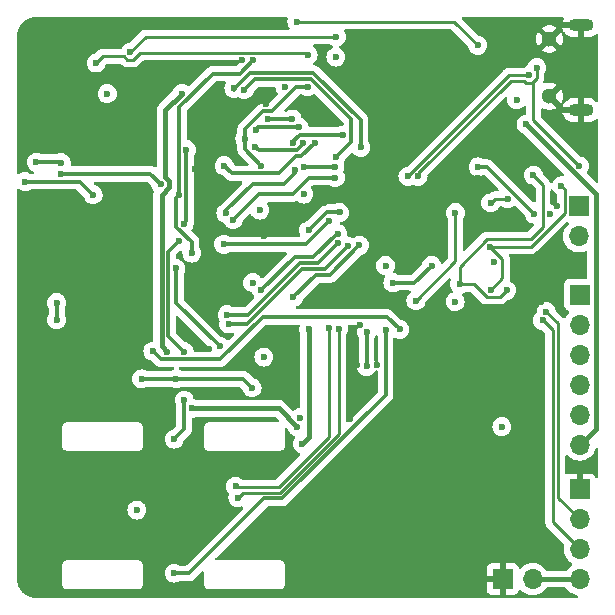
<source format=gbr>
%TF.GenerationSoftware,KiCad,Pcbnew,8.0.6*%
%TF.CreationDate,2025-08-27T22:10:31+02:00*%
%TF.ProjectId,probe,70726f62-652e-46b6-9963-61645f706362,V4-0*%
%TF.SameCoordinates,Original*%
%TF.FileFunction,Copper,L4,Bot*%
%TF.FilePolarity,Positive*%
%FSLAX46Y46*%
G04 Gerber Fmt 4.6, Leading zero omitted, Abs format (unit mm)*
G04 Created by KiCad (PCBNEW 8.0.6) date 2025-08-27 22:10:31*
%MOMM*%
%LPD*%
G01*
G04 APERTURE LIST*
%TA.AperFunction,ComponentPad*%
%ADD10O,2.140000X1.070000*%
%TD*%
%TA.AperFunction,ComponentPad*%
%ADD11C,1.300000*%
%TD*%
%TA.AperFunction,ComponentPad*%
%ADD12R,1.700000X1.700000*%
%TD*%
%TA.AperFunction,ComponentPad*%
%ADD13O,1.700000X1.700000*%
%TD*%
%TA.AperFunction,ViaPad*%
%ADD14C,0.600000*%
%TD*%
%TA.AperFunction,ViaPad*%
%ADD15C,0.800000*%
%TD*%
%TA.AperFunction,Conductor*%
%ADD16C,0.250000*%
%TD*%
%TA.AperFunction,Conductor*%
%ADD17C,0.400000*%
%TD*%
%TA.AperFunction,Conductor*%
%ADD18C,0.300000*%
%TD*%
%TA.AperFunction,Conductor*%
%ADD19C,0.350000*%
%TD*%
G04 APERTURE END LIST*
D10*
%TO.P,J2,6,Shield*%
%TO.N,GND*%
X188125000Y-21100000D03*
D11*
X185475000Y-22275000D03*
X185475000Y-27125000D03*
D10*
X188125000Y-28300000D03*
%TD*%
D12*
%TO.P,J1,1,Pin_1*%
%TO.N,GND*%
X181525000Y-68000000D03*
D13*
%TO.P,J1,2,Pin_2*%
%TO.N,9V*%
X184065000Y-68000000D03*
%TD*%
D12*
%TO.P,J5,1,Pin_1*%
%TO.N,D+*%
X188000000Y-36450000D03*
D13*
%TO.P,J5,2,Pin_2*%
%TO.N,D-*%
X188000000Y-38990000D03*
%TD*%
D12*
%TO.P,J6,1,Pin_1*%
%TO.N,GND*%
X188050000Y-60410000D03*
D13*
%TO.P,J6,2,Pin_2*%
%TO.N,RS485_B-*%
X188050000Y-62950000D03*
%TO.P,J6,3,Pin_3*%
%TO.N,RS485_A+*%
X188050000Y-65490000D03*
%TO.P,J6,4,Pin_4*%
%TO.N,9V*%
X188050000Y-68030000D03*
%TD*%
D12*
%TO.P,J3,1,Pin_1*%
%TO.N,/Signal*%
X188050000Y-43910000D03*
D13*
%TO.P,J3,2,Pin_2*%
%TO.N,/AMP*%
X188050000Y-46450000D03*
%TO.P,J3,3,Pin_3*%
%TO.N,/DAC*%
X188050000Y-48990000D03*
%TO.P,J3,4,Pin_4*%
%TO.N,/UNB_DAC*%
X188050000Y-51530000D03*
%TO.P,J3,5,Pin_5*%
%TO.N,3V3*%
X188050000Y-54070000D03*
%TO.P,J3,6,Pin_6*%
%TO.N,5V*%
X188050000Y-56610000D03*
%TD*%
D14*
%TO.N,SDA*%
X158900000Y-60150000D03*
%TO.N,5V*%
X153100000Y-48750000D03*
X155200000Y-53550000D03*
X183500000Y-29500000D03*
X164125000Y-55100000D03*
X154350000Y-26900000D03*
%TO.N,GND*%
X169150000Y-49850000D03*
X186150000Y-36450000D03*
X168450000Y-65300000D03*
X162422880Y-49122880D03*
X148100000Y-29950000D03*
X156812500Y-41450000D03*
X181550000Y-21050000D03*
X169400000Y-46450000D03*
X164350000Y-27850000D03*
X178500000Y-54000000D03*
X155450000Y-33300000D03*
X142500000Y-26850000D03*
X161487500Y-27750000D03*
X170850000Y-49900000D03*
X168600000Y-54450000D03*
X156650000Y-48500000D03*
X161300000Y-38975000D03*
X150300000Y-36350000D03*
X176150000Y-45650000D03*
D15*
X146600000Y-21950000D03*
D14*
X159450000Y-24075000D03*
X184400000Y-51900000D03*
X168450000Y-62700000D03*
X179450000Y-34050000D03*
X149850000Y-44750000D03*
X155950000Y-21150000D03*
X146850000Y-47750000D03*
X184750000Y-44550000D03*
X155850000Y-25050000D03*
X173450000Y-25100000D03*
X174850000Y-38600000D03*
X164600000Y-37600000D03*
X166400000Y-36150000D03*
X150550000Y-61150000D03*
%TO.N,3V3*%
X160350000Y-42900000D03*
X148050000Y-26900000D03*
X185550000Y-37100000D03*
X182700000Y-27400000D03*
X181450000Y-55100000D03*
X164400001Y-54319238D03*
X167400000Y-23800000D03*
X161300000Y-49200000D03*
X160950000Y-36750000D03*
X150550000Y-62150000D03*
X180750000Y-41150000D03*
X171600000Y-41450000D03*
X177500000Y-44500000D03*
X163090380Y-26340380D03*
X164675000Y-35394238D03*
%TO.N,/UNB_DAC*%
X155200000Y-40400000D03*
X160400000Y-24075000D03*
X154100000Y-35500000D03*
%TO.N,/DAC*%
X165000000Y-26300000D03*
X154750000Y-31650000D03*
X161100000Y-33000000D03*
X153850000Y-41700000D03*
X157550000Y-48300000D03*
X154550000Y-37900000D03*
X159700000Y-30700000D03*
%TO.N,/AMP*%
X158086827Y-37025000D03*
X161650000Y-29075793D03*
X141100000Y-34350000D03*
X160300000Y-51800000D03*
X146850000Y-35450000D03*
X153900000Y-51050000D03*
X150950000Y-51050000D03*
X163700000Y-29050000D03*
X163900000Y-33400000D03*
%TO.N,/Signal*%
X179450000Y-33100000D03*
X160600000Y-29950000D03*
X184200000Y-37100000D03*
X144150000Y-32750000D03*
X164279967Y-29725793D03*
X142050000Y-32700000D03*
%TO.N,D+*%
X188019975Y-33030025D03*
X184400000Y-24700000D03*
X174350000Y-33900000D03*
%TO.N,D-*%
X183775000Y-25350000D03*
X173500000Y-33900000D03*
%TO.N,GPIO42*%
X164100000Y-20800000D03*
X179400000Y-22800000D03*
%TO.N,RS485_B-*%
X177867610Y-43036244D03*
X184125000Y-33800000D03*
X185200000Y-45350000D03*
X181850000Y-43550000D03*
%TO.N,RS485_A+*%
X180500000Y-43500000D03*
X186500000Y-34700000D03*
X184900000Y-46100000D03*
X180450000Y-39850000D03*
%TO.N,Au+ Shield*%
X153700000Y-67500000D03*
X172225000Y-42900000D03*
X175500000Y-41450000D03*
X171600000Y-46950000D03*
%TO.N,/Au+*%
X164567525Y-56532475D03*
X165100000Y-46850000D03*
%TO.N,/Au-*%
X154550000Y-48750000D03*
X153700000Y-56150000D03*
X154099999Y-39380763D03*
X154550000Y-52850000D03*
%TO.N,Au- Shield*%
X170000000Y-50000000D03*
X170000000Y-47050000D03*
%TO.N,EN*%
X167450000Y-22100000D03*
X150000000Y-23400000D03*
%TO.N,GPIO0*%
X165050000Y-23600000D03*
X147100000Y-24300000D03*
%TO.N,Net-(U6-NO3)*%
X143750000Y-44600000D03*
X143750000Y-46050000D03*
X144150000Y-33700000D03*
X152550000Y-34550000D03*
%TO.N,SDA*%
X166800000Y-46750000D03*
X158756706Y-26444064D03*
X169500000Y-31450000D03*
%TO.N,SCL*%
X159100000Y-61100000D03*
X167641942Y-46791942D03*
X159650000Y-26550000D03*
X167400000Y-32300000D03*
%TO.N,SW_Au-_SH+*%
X177520000Y-36975000D03*
X174180000Y-44420000D03*
%TO.N,SW_UBD*%
X167545000Y-38750000D03*
X161100000Y-43550000D03*
%TO.N,SW_SGN*%
X169394240Y-39744240D03*
X163800000Y-44150000D03*
%TO.N,SW_AMP*%
X158325361Y-46398152D03*
X168409620Y-39809620D03*
%TO.N,SW_R1_1K*%
X160550000Y-31400000D03*
X164612824Y-31044040D03*
%TO.N,SW_Au-_GND*%
X165100000Y-38450000D03*
X167709620Y-36959620D03*
%TO.N,SW_Au-*%
X167350000Y-34000000D03*
X158686827Y-37563173D03*
%TO.N,SW_Calib*%
X168000000Y-30400000D03*
X163800000Y-31050000D03*
%TO.N,SW_Au+*%
X164675000Y-33150000D03*
X167300000Y-33150000D03*
%TO.N,SW_Au+_GND*%
X157900000Y-39650000D03*
X166831942Y-37718058D03*
%TO.N,SW_Au-_SH-*%
X181975000Y-35800000D03*
X180500000Y-36150000D03*
%TO.N,SW_R1_10K*%
X165597077Y-31044040D03*
X157944930Y-33000000D03*
%TO.N,SW_DAC*%
X158190380Y-45609620D03*
X167600000Y-39550000D03*
%TO.N,Net-(U10-COM1)*%
X172814690Y-46862500D03*
X151900000Y-48700000D03*
%TD*%
D16*
%TO.N,SDA*%
X158850000Y-60200000D02*
X158900000Y-60150000D01*
D17*
%TO.N,5V*%
X189400000Y-55260000D02*
X188050000Y-56610000D01*
X154350000Y-26900000D02*
X152950000Y-28300000D01*
X153250000Y-34839950D02*
X152650000Y-35439950D01*
X152950000Y-28300000D02*
X152950000Y-33960050D01*
X152650000Y-48300000D02*
X153100000Y-48750000D01*
X152950000Y-33960050D02*
X153250000Y-34260050D01*
X183500000Y-29500000D02*
X189400000Y-35400000D01*
X153250000Y-34260050D02*
X153250000Y-34839950D01*
X189400000Y-35400000D02*
X189400000Y-55260000D01*
X152650000Y-35439950D02*
X152650000Y-48300000D01*
%TO.N,9V*%
X184065000Y-68000000D02*
X188020000Y-68000000D01*
X188020000Y-68000000D02*
X188050000Y-68030000D01*
D18*
%TO.N,/UNB_DAC*%
X159275000Y-25200000D02*
X160400000Y-24075000D01*
X156969239Y-25200000D02*
X159275000Y-25200000D01*
X154100000Y-28069239D02*
X156969239Y-25200000D01*
X153900000Y-35700000D02*
X154100000Y-35500000D01*
X155200000Y-39469239D02*
X153900000Y-38169239D01*
X154100000Y-35500000D02*
X154100000Y-28069239D01*
X155200000Y-40400000D02*
X155200000Y-39469239D01*
X153900000Y-38169239D02*
X153900000Y-35700000D01*
%TO.N,/DAC*%
X159700000Y-29930761D02*
X161230761Y-28400000D01*
X164049999Y-26300000D02*
X165000000Y-26300000D01*
X159700000Y-30700000D02*
X159700000Y-29930761D01*
X161949999Y-28400000D02*
X164049999Y-26300000D01*
X153850000Y-41700000D02*
X153850000Y-44600000D01*
X159700000Y-31600000D02*
X161100000Y-33000000D01*
X159700000Y-30700000D02*
X159700000Y-31600000D01*
X161230761Y-28400000D02*
X161949999Y-28400000D01*
X153850000Y-44600000D02*
X157550000Y-48300000D01*
X154750000Y-31650000D02*
X154750000Y-37700000D01*
X154750000Y-37700000D02*
X154550000Y-37900000D01*
%TO.N,/AMP*%
X158086827Y-36788173D02*
X160350000Y-34525000D01*
D19*
X153900000Y-51050000D02*
X159550000Y-51050000D01*
D18*
X160350000Y-34525000D02*
X162975000Y-34525000D01*
X146850000Y-35450000D02*
X145750000Y-34350000D01*
X161650000Y-29075793D02*
X163674207Y-29075793D01*
X163900000Y-33600000D02*
X163900000Y-33400000D01*
X145750000Y-34350000D02*
X141100000Y-34350000D01*
D19*
X150950000Y-51050000D02*
X153900000Y-51050000D01*
D18*
X162975000Y-34525000D02*
X163900000Y-33600000D01*
X158086827Y-37025000D02*
X158086827Y-36788173D01*
D19*
X159550000Y-51050000D02*
X160300000Y-51800000D01*
D18*
X163674207Y-29075793D02*
X163700000Y-29050000D01*
%TO.N,/Signal*%
X164279967Y-29725793D02*
X160824207Y-29725793D01*
X144100000Y-32700000D02*
X144150000Y-32750000D01*
X184200000Y-37100000D02*
X180200000Y-33100000D01*
X160824207Y-29725793D02*
X160600000Y-29950000D01*
X180200000Y-33100000D02*
X179450000Y-33100000D01*
X142050000Y-32700000D02*
X144100000Y-32700000D01*
D16*
%TO.N,D+*%
X188019975Y-33030025D02*
X184125000Y-29135050D01*
X184400000Y-25608884D02*
X184033884Y-25975000D01*
X183341116Y-25800000D02*
X182202512Y-25800000D01*
X174350000Y-33652512D02*
X174350000Y-33900000D01*
X182202512Y-25800000D02*
X174350000Y-33652512D01*
X184033884Y-25975000D02*
X183516116Y-25975000D01*
X183516116Y-25975000D02*
X183341116Y-25800000D01*
X184400000Y-24700000D02*
X184400000Y-25608884D01*
X184125000Y-26066116D02*
X184033884Y-25975000D01*
X184125000Y-29135050D02*
X184125000Y-26066116D01*
%TO.N,D-*%
X183775000Y-25350000D02*
X182016116Y-25350000D01*
X182016116Y-25350000D02*
X173500000Y-33866116D01*
X173500000Y-33866116D02*
X173500000Y-33900000D01*
%TO.N,GPIO42*%
X177400000Y-20800000D02*
X164100000Y-20800000D01*
X179400000Y-22800000D02*
X177400000Y-20800000D01*
%TO.N,RS485_B-*%
X180175000Y-44125000D02*
X181275000Y-44125000D01*
X181275000Y-44125000D02*
X181850000Y-43550000D01*
X186200000Y-46350000D02*
X186200000Y-61100000D01*
X177867610Y-43036244D02*
X179086244Y-43036244D01*
X180191116Y-39225000D02*
X183888604Y-39225000D01*
X184925000Y-34600000D02*
X184125000Y-33800000D01*
X179086244Y-43036244D02*
X180175000Y-44125000D01*
X185200000Y-45350000D02*
X186200000Y-46350000D01*
X177867610Y-43036244D02*
X177867610Y-41548506D01*
X177867610Y-41548506D02*
X180191116Y-39225000D01*
X184925000Y-38188604D02*
X184925000Y-34600000D01*
X183888604Y-39225000D02*
X184925000Y-38188604D01*
X186200000Y-61100000D02*
X188050000Y-62950000D01*
%TO.N,RS485_A+*%
X183900000Y-39850000D02*
X186775000Y-36975000D01*
X186775000Y-34975000D02*
X186500000Y-34700000D01*
X180450000Y-39850000D02*
X181500000Y-40900000D01*
X184900000Y-46100000D02*
X185750000Y-46950000D01*
X181500000Y-42500000D02*
X180500000Y-43500000D01*
X185750000Y-46950000D02*
X185750000Y-63190000D01*
X186775000Y-36975000D02*
X186775000Y-34975000D01*
X181500000Y-40900000D02*
X181500000Y-42500000D01*
X185750000Y-63190000D02*
X188050000Y-65490000D01*
X180450000Y-39850000D02*
X183900000Y-39850000D01*
D18*
%TO.N,Au+ Shield*%
X155000000Y-67500000D02*
X161325000Y-61175000D01*
X162875000Y-61175000D02*
X171600000Y-52450000D01*
X153700000Y-67500000D02*
X155000000Y-67500000D01*
X161325000Y-61175000D02*
X162875000Y-61175000D01*
X174050000Y-42900000D02*
X175500000Y-41450000D01*
X172225000Y-42900000D02*
X174050000Y-42900000D01*
X171600000Y-52450000D02*
X171600000Y-46950000D01*
D17*
%TO.N,/Au+*%
X164567525Y-56532475D02*
X165100000Y-56000000D01*
X165100000Y-56000000D02*
X165100000Y-46850000D01*
D18*
%TO.N,/Au-*%
X153200000Y-47400000D02*
X154550000Y-48750000D01*
X154099999Y-39380763D02*
X153200000Y-40280762D01*
X153700000Y-56150000D02*
X154550000Y-55300000D01*
X154550000Y-55300000D02*
X154550000Y-52850000D01*
X153200000Y-40280762D02*
X153200000Y-47400000D01*
%TO.N,Au- Shield*%
X170000000Y-47050000D02*
X170000000Y-50000000D01*
D16*
%TO.N,EN*%
X151300000Y-22100000D02*
X167450000Y-22100000D01*
X150000000Y-23400000D02*
X151300000Y-22100000D01*
%TO.N,GPIO0*%
X149741116Y-24025000D02*
X149466116Y-23750000D01*
X150258884Y-24025000D02*
X149741116Y-24025000D01*
X164900000Y-23450000D02*
X150833884Y-23450000D01*
X150833884Y-23450000D02*
X150258884Y-24025000D01*
X147650000Y-23750000D02*
X147100000Y-24300000D01*
X149466116Y-23750000D02*
X147650000Y-23750000D01*
X165050000Y-23600000D02*
X164900000Y-23450000D01*
D19*
%TO.N,Net-(U6-NO3)*%
X143750000Y-46050000D02*
X143750000Y-44600000D01*
X144150000Y-33700000D02*
X151700000Y-33700000D01*
X151700000Y-33700000D02*
X152550000Y-34550000D01*
D18*
%TO.N,SDA*%
X169500000Y-29150000D02*
X165500000Y-25150000D01*
X169500000Y-31450000D02*
X169500000Y-29150000D01*
X160130761Y-25150000D02*
X158756706Y-26524055D01*
X158756706Y-26575945D02*
X158756706Y-26444064D01*
X165500000Y-25150000D02*
X160130761Y-25150000D01*
D16*
X166800000Y-46750000D02*
X166800000Y-55941852D01*
X162541852Y-60200000D02*
X158850000Y-60200000D01*
X166800000Y-55941852D02*
X162541852Y-60200000D01*
D18*
X158756706Y-26524055D02*
X158756706Y-26575945D01*
D16*
%TO.N,SCL*%
X167641942Y-55736306D02*
X162678248Y-60700000D01*
D18*
X168700000Y-31000000D02*
X167400000Y-32300000D01*
D16*
X162678248Y-60700000D02*
X159500000Y-60700000D01*
D18*
X159650000Y-26550000D02*
X160550000Y-25650000D01*
X160550000Y-25650000D02*
X165269239Y-25650000D01*
X165269239Y-25650000D02*
X168700000Y-29080761D01*
D16*
X159500000Y-60700000D02*
X159100000Y-61100000D01*
X167641942Y-46791942D02*
X167641942Y-55736306D01*
D18*
X168700000Y-29080761D02*
X168700000Y-31000000D01*
D16*
%TO.N,SW_Au-_SH+*%
X177520000Y-36975000D02*
X177520000Y-41080000D01*
X177520000Y-41080000D02*
X174180000Y-44420000D01*
D18*
%TO.N,SW_UBD*%
X167480761Y-38750000D02*
X165480761Y-40750000D01*
X164300000Y-40750000D02*
X163900000Y-40750000D01*
X163900000Y-40750000D02*
X161100000Y-43550000D01*
X165480761Y-40750000D02*
X164300000Y-40750000D01*
X167545000Y-38750000D02*
X167480761Y-38750000D01*
%TO.N,SW_SGN*%
X169394240Y-39744240D02*
X166888480Y-42250000D01*
X165700000Y-42250000D02*
X163800000Y-44150000D01*
X166888480Y-42250000D02*
X165700000Y-42250000D01*
%TO.N,SW_AMP*%
X159901848Y-46398152D02*
X158325361Y-46398152D01*
X168409620Y-39809620D02*
X166469240Y-41750000D01*
X164550000Y-41750000D02*
X159901848Y-46398152D01*
X166469240Y-41750000D02*
X164550000Y-41750000D01*
%TO.N,SW_R1_1K*%
X164069239Y-31700000D02*
X160850000Y-31700000D01*
X164612824Y-31044040D02*
X164612824Y-31156415D01*
X160850000Y-31700000D02*
X160550000Y-31400000D01*
X164612824Y-31156415D02*
X164069239Y-31700000D01*
%TO.N,SW_Au-_GND*%
X167650000Y-36900000D02*
X167709620Y-36959620D01*
X165100000Y-38450000D02*
X166650000Y-36900000D01*
X166650000Y-36900000D02*
X167650000Y-36900000D01*
%TO.N,SW_Au-*%
X163750000Y-35400000D02*
X160850000Y-35400000D01*
X160850000Y-35400000D02*
X158686827Y-37563173D01*
X167350000Y-34000000D02*
X165150000Y-34000000D01*
X165150000Y-34000000D02*
X163750000Y-35400000D01*
%TO.N,SW_Calib*%
X163800000Y-31050000D02*
X163800000Y-30937625D01*
X164343585Y-30394040D02*
X167994040Y-30394040D01*
X167994040Y-30394040D02*
X168000000Y-30400000D01*
X163800000Y-30937625D02*
X164343585Y-30394040D01*
%TO.N,SW_Au+*%
X164675000Y-33150000D02*
X167300000Y-33150000D01*
%TO.N,SW_Au+_GND*%
X166831942Y-37718058D02*
X164900000Y-39650000D01*
X164900000Y-39650000D02*
X157900000Y-39650000D01*
D16*
%TO.N,SW_Au-_SH-*%
X181975000Y-35800000D02*
X180850000Y-35800000D01*
X180850000Y-35800000D02*
X180500000Y-36150000D01*
D18*
%TO.N,SW_R1_10K*%
X164000000Y-32200000D02*
X164441117Y-32200000D01*
X157944930Y-33000000D02*
X158594930Y-33650000D01*
X158594930Y-33650000D02*
X162550000Y-33650000D01*
X164441117Y-32200000D02*
X165597077Y-31044040D01*
X162550000Y-33650000D02*
X164000000Y-32200000D01*
%TO.N,SW_DAC*%
X164319239Y-41250000D02*
X165900000Y-41250000D01*
X158190380Y-45609620D02*
X159959619Y-45609620D01*
X159959619Y-45609620D02*
X164319239Y-41250000D01*
X165900000Y-41250000D02*
X167600000Y-39550000D01*
%TO.N,Net-(U10-COM1)*%
X157607107Y-49400000D02*
X152600000Y-49400000D01*
X152600000Y-49400000D02*
X151900000Y-48700000D01*
X172814690Y-46862500D02*
X171752190Y-45800000D01*
X171752190Y-45800000D02*
X161207107Y-45800000D01*
X161207107Y-45800000D02*
X157607107Y-49400000D01*
D17*
%TO.N,5V*%
X162575000Y-53550000D02*
X164125000Y-55100000D01*
X155200000Y-53550000D02*
X162575000Y-53550000D01*
%TD*%
%TA.AperFunction,Conductor*%
%TO.N,GND*%
G36*
X186647658Y-20420185D02*
G01*
X186693413Y-20472989D01*
X186703357Y-20542147D01*
X186683721Y-20593391D01*
X186672798Y-20609737D01*
X186672793Y-20609747D01*
X186594774Y-20798101D01*
X186594772Y-20798109D01*
X186584450Y-20849999D01*
X186584450Y-20850000D01*
X187675272Y-20850000D01*
X187583386Y-20888060D01*
X187513060Y-20958386D01*
X187475000Y-21050272D01*
X187475000Y-21149728D01*
X187513060Y-21241614D01*
X187583386Y-21311940D01*
X187675272Y-21350000D01*
X186584450Y-21350000D01*
X186594772Y-21401890D01*
X186594774Y-21401898D01*
X186633967Y-21496518D01*
X186641436Y-21565988D01*
X186610161Y-21628467D01*
X186550072Y-21664119D01*
X186480247Y-21661625D01*
X186473831Y-21657170D01*
X186448162Y-21655389D01*
X185828553Y-22274999D01*
X185828553Y-22275000D01*
X186448162Y-22894609D01*
X186448163Y-22894609D01*
X186456940Y-22882988D01*
X186456942Y-22882985D01*
X186551933Y-22692216D01*
X186551941Y-22692196D01*
X186610261Y-22487219D01*
X186610262Y-22487216D01*
X186629927Y-22275000D01*
X186629927Y-22274999D01*
X186610262Y-22062783D01*
X186610261Y-22062780D01*
X186551941Y-21857803D01*
X186551935Y-21857789D01*
X186544467Y-21842791D01*
X186532204Y-21774005D01*
X186559077Y-21709510D01*
X186616552Y-21669781D01*
X186686382Y-21667433D01*
X186746397Y-21703210D01*
X186758568Y-21718626D01*
X186786062Y-21759773D01*
X186786065Y-21759777D01*
X186930222Y-21903934D01*
X186930226Y-21903937D01*
X187099737Y-22017201D01*
X187099747Y-22017206D01*
X187288101Y-22095225D01*
X187288109Y-22095227D01*
X187488056Y-22134999D01*
X187488060Y-22135000D01*
X187875000Y-22135000D01*
X187875000Y-21350000D01*
X188375000Y-21350000D01*
X188375000Y-22135000D01*
X188761940Y-22135000D01*
X188761943Y-22134999D01*
X188961890Y-22095227D01*
X188961898Y-22095225D01*
X189150252Y-22017206D01*
X189150262Y-22017201D01*
X189319773Y-21903937D01*
X189319777Y-21903934D01*
X189387819Y-21835893D01*
X189449142Y-21802408D01*
X189518834Y-21807392D01*
X189574767Y-21849264D01*
X189599184Y-21914728D01*
X189599500Y-21923574D01*
X189599500Y-27476426D01*
X189579815Y-27543465D01*
X189527011Y-27589220D01*
X189457853Y-27599164D01*
X189394297Y-27570139D01*
X189387819Y-27564107D01*
X189319777Y-27496065D01*
X189319773Y-27496062D01*
X189150262Y-27382798D01*
X189150252Y-27382793D01*
X188961898Y-27304774D01*
X188961890Y-27304772D01*
X188761943Y-27265000D01*
X188375000Y-27265000D01*
X188375000Y-28050000D01*
X187875000Y-28050000D01*
X187875000Y-27265000D01*
X187488056Y-27265000D01*
X187288109Y-27304772D01*
X187288101Y-27304774D01*
X187099747Y-27382793D01*
X187099737Y-27382798D01*
X186930226Y-27496062D01*
X186930222Y-27496065D01*
X186786065Y-27640222D01*
X186786060Y-27640229D01*
X186758567Y-27681374D01*
X186704954Y-27726179D01*
X186635629Y-27734885D01*
X186572602Y-27704729D01*
X186535884Y-27645286D01*
X186537132Y-27575427D01*
X186544468Y-27557206D01*
X186551935Y-27542209D01*
X186551941Y-27542196D01*
X186610261Y-27337219D01*
X186610262Y-27337216D01*
X186629927Y-27125000D01*
X186629927Y-27124999D01*
X186610262Y-26912783D01*
X186610261Y-26912780D01*
X186551941Y-26707803D01*
X186551933Y-26707783D01*
X186456942Y-26517014D01*
X186456937Y-26517006D01*
X186448163Y-26505389D01*
X186448162Y-26505389D01*
X185828553Y-27124999D01*
X185828553Y-27125000D01*
X186448162Y-27744609D01*
X186472131Y-27742946D01*
X186476569Y-27739654D01*
X186546281Y-27734964D01*
X186607462Y-27768709D01*
X186640687Y-27830173D01*
X186635407Y-27899843D01*
X186633971Y-27903470D01*
X186594775Y-27998097D01*
X186594772Y-27998109D01*
X186584450Y-28049999D01*
X186584450Y-28050000D01*
X187675272Y-28050000D01*
X187583386Y-28088060D01*
X187513060Y-28158386D01*
X187475000Y-28250272D01*
X187475000Y-28349728D01*
X187513060Y-28441614D01*
X187583386Y-28511940D01*
X187675272Y-28550000D01*
X186584450Y-28550000D01*
X186594772Y-28601890D01*
X186594774Y-28601898D01*
X186672793Y-28790252D01*
X186672798Y-28790262D01*
X186786062Y-28959773D01*
X186786065Y-28959777D01*
X186930222Y-29103934D01*
X186930226Y-29103937D01*
X187099737Y-29217201D01*
X187099747Y-29217206D01*
X187288101Y-29295225D01*
X187288109Y-29295227D01*
X187488056Y-29334999D01*
X187488060Y-29335000D01*
X187875000Y-29335000D01*
X187875000Y-28550000D01*
X188375000Y-28550000D01*
X188375000Y-29335000D01*
X188761940Y-29335000D01*
X188761943Y-29334999D01*
X188961890Y-29295227D01*
X188961898Y-29295225D01*
X189150252Y-29217206D01*
X189150262Y-29217201D01*
X189319773Y-29103937D01*
X189319777Y-29103934D01*
X189387819Y-29035893D01*
X189449142Y-29002408D01*
X189518834Y-29007392D01*
X189574767Y-29049264D01*
X189599184Y-29114728D01*
X189599500Y-29123574D01*
X189599500Y-34309481D01*
X189579815Y-34376520D01*
X189527011Y-34422275D01*
X189457853Y-34432219D01*
X189394297Y-34403194D01*
X189387819Y-34397162D01*
X188670767Y-33680110D01*
X188637282Y-33618787D01*
X188642266Y-33549095D01*
X188653454Y-33526457D01*
X188745764Y-33379547D01*
X188805343Y-33209280D01*
X188809171Y-33175305D01*
X188825540Y-33030028D01*
X188825540Y-33030021D01*
X188805344Y-32850775D01*
X188805343Y-32850770D01*
X188797366Y-32827973D01*
X188745764Y-32680503D01*
X188649791Y-32527763D01*
X188522237Y-32400209D01*
X188519075Y-32398222D01*
X188369496Y-32304235D01*
X188199224Y-32244655D01*
X188152149Y-32239351D01*
X188087735Y-32212284D01*
X188078353Y-32203812D01*
X184786819Y-28912278D01*
X184753334Y-28850955D01*
X184750500Y-28824597D01*
X184750500Y-28251626D01*
X184770185Y-28184587D01*
X184822989Y-28138832D01*
X184892147Y-28128888D01*
X184939780Y-28146200D01*
X184960210Y-28158850D01*
X185158936Y-28235836D01*
X185158941Y-28235837D01*
X185368439Y-28275000D01*
X185581561Y-28275000D01*
X185791058Y-28235837D01*
X185791063Y-28235836D01*
X185989791Y-28158849D01*
X185989798Y-28158846D01*
X186092006Y-28095560D01*
X186092006Y-28095559D01*
X185471447Y-27475000D01*
X185521078Y-27475000D01*
X185610095Y-27451148D01*
X185689905Y-27405070D01*
X185755070Y-27339905D01*
X185801148Y-27260095D01*
X185825000Y-27171078D01*
X185825000Y-27078922D01*
X185801148Y-26989905D01*
X185755070Y-26910095D01*
X185689905Y-26844930D01*
X185610095Y-26798852D01*
X185521078Y-26775000D01*
X185471447Y-26775000D01*
X186092007Y-26154439D01*
X185989793Y-26091151D01*
X185989789Y-26091149D01*
X185791063Y-26014163D01*
X185791058Y-26014162D01*
X185581561Y-25975000D01*
X185368439Y-25975000D01*
X185158941Y-26014162D01*
X185158933Y-26014164D01*
X185131694Y-26024716D01*
X185062071Y-26030576D01*
X185000331Y-25997864D01*
X184966079Y-25936967D01*
X184970187Y-25867218D01*
X184972324Y-25861682D01*
X185001463Y-25791336D01*
X185025500Y-25670490D01*
X185025500Y-25244854D01*
X185044507Y-25178881D01*
X185125788Y-25049524D01*
X185125789Y-25049522D01*
X185185368Y-24879255D01*
X185200096Y-24748539D01*
X185205565Y-24700003D01*
X185205565Y-24699996D01*
X185185369Y-24520750D01*
X185185368Y-24520745D01*
X185162623Y-24455743D01*
X185125789Y-24350478D01*
X185029816Y-24197738D01*
X184902262Y-24070184D01*
X184749523Y-23974211D01*
X184579254Y-23914631D01*
X184579249Y-23914630D01*
X184400004Y-23894435D01*
X184399996Y-23894435D01*
X184220750Y-23914630D01*
X184220745Y-23914631D01*
X184050476Y-23974211D01*
X183897737Y-24070184D01*
X183770184Y-24197737D01*
X183674211Y-24350476D01*
X183619491Y-24506859D01*
X183578769Y-24563635D01*
X183543404Y-24582945D01*
X183425480Y-24624209D01*
X183296117Y-24705494D01*
X183230145Y-24724500D01*
X181954505Y-24724500D01*
X181833669Y-24748535D01*
X181833657Y-24748539D01*
X181801378Y-24761909D01*
X181786513Y-24768067D01*
X181764285Y-24777274D01*
X181719829Y-24795688D01*
X181709673Y-24802475D01*
X181709565Y-24802547D01*
X181617384Y-24864140D01*
X181573821Y-24907703D01*
X181530258Y-24951267D01*
X181530255Y-24951270D01*
X173403434Y-33078090D01*
X173342111Y-33111575D01*
X173329640Y-33113629D01*
X173320749Y-33114630D01*
X173150478Y-33174210D01*
X172997737Y-33270184D01*
X172870184Y-33397737D01*
X172774211Y-33550476D01*
X172714631Y-33720745D01*
X172714630Y-33720750D01*
X172694435Y-33899996D01*
X172694435Y-33900003D01*
X172714630Y-34079249D01*
X172714631Y-34079254D01*
X172774211Y-34249523D01*
X172853368Y-34375500D01*
X172870184Y-34402262D01*
X172997738Y-34529816D01*
X173086147Y-34585367D01*
X173123508Y-34608843D01*
X173150478Y-34625789D01*
X173245270Y-34658958D01*
X173320745Y-34685368D01*
X173320750Y-34685369D01*
X173499996Y-34705565D01*
X173500000Y-34705565D01*
X173500004Y-34705565D01*
X173679249Y-34685369D01*
X173679251Y-34685368D01*
X173679255Y-34685368D01*
X173679258Y-34685366D01*
X173679262Y-34685366D01*
X173754730Y-34658958D01*
X173849522Y-34625789D01*
X173859028Y-34619815D01*
X173926263Y-34600815D01*
X173990971Y-34619815D01*
X174000478Y-34625789D01*
X174031786Y-34636744D01*
X174170737Y-34685366D01*
X174170743Y-34685367D01*
X174170745Y-34685368D01*
X174170746Y-34685368D01*
X174170750Y-34685369D01*
X174349996Y-34705565D01*
X174350000Y-34705565D01*
X174350004Y-34705565D01*
X174529249Y-34685369D01*
X174529252Y-34685368D01*
X174529255Y-34685368D01*
X174699522Y-34625789D01*
X174852262Y-34529816D01*
X174979816Y-34402262D01*
X175075789Y-34249522D01*
X175135368Y-34079255D01*
X175136390Y-34070184D01*
X175155565Y-33900003D01*
X175155565Y-33899998D01*
X175153545Y-33882076D01*
X175145191Y-33807932D01*
X175157245Y-33739114D01*
X175180727Y-33706373D01*
X181695580Y-27191520D01*
X181756902Y-27158037D01*
X181826594Y-27163021D01*
X181882527Y-27204893D01*
X181906944Y-27270357D01*
X181906480Y-27293086D01*
X181894435Y-27399995D01*
X181894435Y-27400003D01*
X181914630Y-27579249D01*
X181914631Y-27579254D01*
X181974211Y-27749523D01*
X181989905Y-27774499D01*
X182070184Y-27902262D01*
X182197738Y-28029816D01*
X182350478Y-28125789D01*
X182444958Y-28158849D01*
X182520745Y-28185368D01*
X182520750Y-28185369D01*
X182699996Y-28205565D01*
X182700000Y-28205565D01*
X182700004Y-28205565D01*
X182879249Y-28185369D01*
X182879252Y-28185368D01*
X182879255Y-28185368D01*
X183049522Y-28125789D01*
X183202262Y-28029816D01*
X183287819Y-27944259D01*
X183349142Y-27910774D01*
X183418834Y-27915758D01*
X183474767Y-27957630D01*
X183499184Y-28023094D01*
X183499500Y-28031940D01*
X183499500Y-28583677D01*
X183479815Y-28650716D01*
X183427011Y-28696471D01*
X183389384Y-28706897D01*
X183320750Y-28714630D01*
X183150478Y-28774210D01*
X182997737Y-28870184D01*
X182870184Y-28997737D01*
X182774211Y-29150476D01*
X182714631Y-29320745D01*
X182714630Y-29320750D01*
X182694435Y-29499996D01*
X182694435Y-29500003D01*
X182714630Y-29679249D01*
X182714631Y-29679254D01*
X182774211Y-29849523D01*
X182870184Y-30002262D01*
X182997738Y-30129816D01*
X183150478Y-30225789D01*
X183253984Y-30262007D01*
X183300710Y-30291367D01*
X186704471Y-33695128D01*
X186737956Y-33756451D01*
X186732972Y-33826143D01*
X186691100Y-33882076D01*
X186625636Y-33906493D01*
X186602907Y-33906029D01*
X186500004Y-33894435D01*
X186499996Y-33894435D01*
X186320750Y-33914630D01*
X186320745Y-33914631D01*
X186150476Y-33974211D01*
X185997737Y-34070184D01*
X185870184Y-34197737D01*
X185774209Y-34350479D01*
X185755327Y-34404442D01*
X185714605Y-34461217D01*
X185649652Y-34486964D01*
X185581091Y-34473507D01*
X185530688Y-34425120D01*
X185523728Y-34410945D01*
X185520734Y-34403718D01*
X185520730Y-34403710D01*
X185498691Y-34350500D01*
X185479312Y-34303715D01*
X185440398Y-34245477D01*
X185410858Y-34201267D01*
X185410856Y-34201265D01*
X185410854Y-34201262D01*
X185320637Y-34111045D01*
X185320606Y-34111016D01*
X184951211Y-33741621D01*
X184917726Y-33680298D01*
X184915673Y-33667838D01*
X184910368Y-33620745D01*
X184850789Y-33450478D01*
X184850188Y-33449522D01*
X184806220Y-33379547D01*
X184754816Y-33297738D01*
X184627262Y-33170184D01*
X184595144Y-33150003D01*
X184474523Y-33074211D01*
X184304254Y-33014631D01*
X184304249Y-33014630D01*
X184125004Y-32994435D01*
X184124996Y-32994435D01*
X183945750Y-33014630D01*
X183945745Y-33014631D01*
X183775476Y-33074211D01*
X183622737Y-33170184D01*
X183495184Y-33297737D01*
X183399211Y-33450476D01*
X183339631Y-33620745D01*
X183339630Y-33620750D01*
X183319435Y-33799996D01*
X183319435Y-33800003D01*
X183339630Y-33979249D01*
X183339631Y-33979254D01*
X183399211Y-34149523D01*
X183494077Y-34300500D01*
X183495184Y-34302262D01*
X183622738Y-34429816D01*
X183692272Y-34473507D01*
X183767450Y-34520745D01*
X183775478Y-34525789D01*
X183945745Y-34585368D01*
X183992823Y-34590672D01*
X184057236Y-34617737D01*
X184066621Y-34626211D01*
X184263181Y-34822771D01*
X184296666Y-34884094D01*
X184299500Y-34910452D01*
X184299500Y-35980191D01*
X184279815Y-36047230D01*
X184227011Y-36092985D01*
X184157853Y-36102929D01*
X184094297Y-36073904D01*
X184087819Y-36067872D01*
X180614673Y-32594726D01*
X180578790Y-32570750D01*
X180508127Y-32523535D01*
X180501403Y-32520750D01*
X180389744Y-32474499D01*
X180389738Y-32474497D01*
X180264071Y-32449500D01*
X180264069Y-32449500D01*
X179955068Y-32449500D01*
X179889096Y-32430494D01*
X179889008Y-32430439D01*
X179877152Y-32422989D01*
X179799522Y-32374210D01*
X179799518Y-32374209D01*
X179629262Y-32314633D01*
X179629249Y-32314630D01*
X179450004Y-32294435D01*
X179449996Y-32294435D01*
X179270750Y-32314630D01*
X179270745Y-32314631D01*
X179100476Y-32374211D01*
X178947737Y-32470184D01*
X178820184Y-32597737D01*
X178724211Y-32750476D01*
X178664631Y-32920745D01*
X178664630Y-32920750D01*
X178644435Y-33099996D01*
X178644435Y-33100003D01*
X178664630Y-33279249D01*
X178664631Y-33279254D01*
X178724211Y-33449523D01*
X178787646Y-33550478D01*
X178820184Y-33602262D01*
X178947738Y-33729816D01*
X179027263Y-33779785D01*
X179092450Y-33820745D01*
X179100478Y-33825789D01*
X179163205Y-33847738D01*
X179270745Y-33885368D01*
X179270750Y-33885369D01*
X179449996Y-33905565D01*
X179450000Y-33905565D01*
X179450004Y-33905565D01*
X179629249Y-33885369D01*
X179629251Y-33885368D01*
X179629255Y-33885368D01*
X179629258Y-33885366D01*
X179629262Y-33885366D01*
X179736795Y-33847738D01*
X179799522Y-33825789D01*
X179840565Y-33800000D01*
X179842499Y-33798785D01*
X179909736Y-33779785D01*
X179976571Y-33800153D01*
X179996152Y-33816098D01*
X181142873Y-34962819D01*
X181176358Y-35024142D01*
X181171374Y-35093834D01*
X181129502Y-35149767D01*
X181064038Y-35174184D01*
X181055192Y-35174500D01*
X180788389Y-35174500D01*
X180667555Y-35198535D01*
X180667541Y-35198539D01*
X180639255Y-35210255D01*
X180639256Y-35210256D01*
X180553713Y-35245688D01*
X180553714Y-35245689D01*
X180451270Y-35314139D01*
X180451268Y-35314141D01*
X180441614Y-35323794D01*
X180380288Y-35357274D01*
X180367825Y-35359326D01*
X180320750Y-35364630D01*
X180150478Y-35424210D01*
X179997737Y-35520184D01*
X179870184Y-35647737D01*
X179774211Y-35800476D01*
X179714631Y-35970745D01*
X179714630Y-35970750D01*
X179694435Y-36149996D01*
X179694435Y-36150003D01*
X179714630Y-36329249D01*
X179714631Y-36329254D01*
X179774211Y-36499523D01*
X179853353Y-36625476D01*
X179870184Y-36652262D01*
X179997738Y-36779816D01*
X180150478Y-36875789D01*
X180303258Y-36929249D01*
X180320745Y-36935368D01*
X180320750Y-36935369D01*
X180499996Y-36955565D01*
X180500000Y-36955565D01*
X180500004Y-36955565D01*
X180679249Y-36935369D01*
X180679252Y-36935368D01*
X180679255Y-36935368D01*
X180849522Y-36875789D01*
X181002262Y-36779816D01*
X181129816Y-36652262D01*
X181225789Y-36499522D01*
X181225791Y-36499514D01*
X181227631Y-36495698D01*
X181229476Y-36493654D01*
X181229494Y-36493626D01*
X181229498Y-36493629D01*
X181274454Y-36443838D01*
X181339351Y-36425500D01*
X181430145Y-36425500D01*
X181496117Y-36444506D01*
X181574295Y-36493629D01*
X181625478Y-36525789D01*
X181753955Y-36570745D01*
X181795745Y-36585368D01*
X181795750Y-36585369D01*
X181974996Y-36605565D01*
X181975000Y-36605565D01*
X181975004Y-36605565D01*
X182154249Y-36585369D01*
X182154252Y-36585368D01*
X182154255Y-36585368D01*
X182324522Y-36525789D01*
X182474972Y-36431254D01*
X182542205Y-36412255D01*
X182609040Y-36432622D01*
X182628622Y-36448568D01*
X183378277Y-37198223D01*
X183411762Y-37259546D01*
X183413815Y-37272012D01*
X183414630Y-37279246D01*
X183414632Y-37279255D01*
X183474210Y-37449521D01*
X183523058Y-37527262D01*
X183570184Y-37602262D01*
X183697738Y-37729816D01*
X183788080Y-37786582D01*
X183841557Y-37820184D01*
X183850478Y-37825789D01*
X184020745Y-37885368D01*
X184055078Y-37889236D01*
X184119490Y-37916300D01*
X184159047Y-37973894D01*
X184161186Y-38043731D01*
X184128876Y-38100137D01*
X183665833Y-38563181D01*
X183604510Y-38596666D01*
X183578152Y-38599500D01*
X180258857Y-38599500D01*
X180258837Y-38599499D01*
X180252723Y-38599499D01*
X180129510Y-38599499D01*
X180028713Y-38619548D01*
X180028708Y-38619548D01*
X180008671Y-38623534D01*
X180008664Y-38623537D01*
X179994860Y-38629255D01*
X179894836Y-38670684D01*
X179894824Y-38670691D01*
X179792383Y-38739141D01*
X179792379Y-38739144D01*
X178357181Y-40174343D01*
X178295858Y-40207828D01*
X178226166Y-40202844D01*
X178170233Y-40160972D01*
X178145816Y-40095508D01*
X178145500Y-40086662D01*
X178145500Y-37519854D01*
X178164507Y-37453881D01*
X178245788Y-37324524D01*
X178251170Y-37309143D01*
X178305368Y-37154255D01*
X178307342Y-37136734D01*
X178325565Y-36975003D01*
X178325565Y-36974996D01*
X178305369Y-36795750D01*
X178305368Y-36795745D01*
X178245788Y-36625476D01*
X178183150Y-36525789D01*
X178149816Y-36472738D01*
X178022262Y-36345184D01*
X177909768Y-36274499D01*
X177869523Y-36249211D01*
X177699254Y-36189631D01*
X177699249Y-36189630D01*
X177520004Y-36169435D01*
X177519996Y-36169435D01*
X177340750Y-36189630D01*
X177340745Y-36189631D01*
X177170476Y-36249211D01*
X177017737Y-36345184D01*
X176890184Y-36472737D01*
X176794211Y-36625476D01*
X176734631Y-36795745D01*
X176734630Y-36795750D01*
X176714435Y-36974996D01*
X176714435Y-36975003D01*
X176734630Y-37154249D01*
X176734631Y-37154254D01*
X176794211Y-37324524D01*
X176875493Y-37453881D01*
X176894500Y-37519854D01*
X176894500Y-40769547D01*
X176874815Y-40836586D01*
X176858181Y-40857228D01*
X176466203Y-41249205D01*
X176404880Y-41282690D01*
X176335188Y-41277706D01*
X176279255Y-41235834D01*
X176261480Y-41202478D01*
X176259821Y-41197738D01*
X176225789Y-41100478D01*
X176129816Y-40947738D01*
X176002262Y-40820184D01*
X175921674Y-40769547D01*
X175849523Y-40724211D01*
X175679254Y-40664631D01*
X175679249Y-40664630D01*
X175500004Y-40644435D01*
X175499996Y-40644435D01*
X175320750Y-40664630D01*
X175320745Y-40664631D01*
X175150476Y-40724211D01*
X174997737Y-40820184D01*
X174870184Y-40947737D01*
X174774210Y-41100478D01*
X174714632Y-41270744D01*
X174714630Y-41270752D01*
X174713815Y-41277988D01*
X174686743Y-41342400D01*
X174678277Y-41351775D01*
X173816873Y-42213181D01*
X173755550Y-42246666D01*
X173729192Y-42249500D01*
X172730068Y-42249500D01*
X172664096Y-42230494D01*
X172574522Y-42174210D01*
X172574518Y-42174209D01*
X172404262Y-42114633D01*
X172404251Y-42114631D01*
X172342173Y-42107636D01*
X172277760Y-42080569D01*
X172238205Y-42022974D01*
X172236068Y-41953137D01*
X172251062Y-41918447D01*
X172325789Y-41799522D01*
X172385368Y-41629255D01*
X172385369Y-41629249D01*
X172405565Y-41450003D01*
X172405565Y-41449996D01*
X172385369Y-41270750D01*
X172385368Y-41270745D01*
X172373152Y-41235834D01*
X172325789Y-41100478D01*
X172229816Y-40947738D01*
X172102262Y-40820184D01*
X172021674Y-40769547D01*
X171949523Y-40724211D01*
X171779254Y-40664631D01*
X171779249Y-40664630D01*
X171600004Y-40644435D01*
X171599996Y-40644435D01*
X171420750Y-40664630D01*
X171420745Y-40664631D01*
X171250476Y-40724211D01*
X171097737Y-40820184D01*
X170970184Y-40947737D01*
X170874211Y-41100476D01*
X170814631Y-41270745D01*
X170814630Y-41270750D01*
X170794435Y-41449996D01*
X170794435Y-41450003D01*
X170814630Y-41629249D01*
X170814631Y-41629254D01*
X170874211Y-41799523D01*
X170948934Y-41918443D01*
X170970184Y-41952262D01*
X171097738Y-42079816D01*
X171153149Y-42114633D01*
X171247966Y-42174211D01*
X171250478Y-42175789D01*
X171406816Y-42230494D01*
X171420745Y-42235368D01*
X171420750Y-42235369D01*
X171482824Y-42242363D01*
X171547238Y-42269429D01*
X171586793Y-42327024D01*
X171588931Y-42396861D01*
X171573935Y-42431555D01*
X171499211Y-42550476D01*
X171439631Y-42720745D01*
X171439630Y-42720750D01*
X171419435Y-42899996D01*
X171419435Y-42900003D01*
X171439630Y-43079249D01*
X171439631Y-43079254D01*
X171499211Y-43249523D01*
X171575384Y-43370750D01*
X171595184Y-43402262D01*
X171722738Y-43529816D01*
X171756349Y-43550935D01*
X171871021Y-43622989D01*
X171875478Y-43625789D01*
X171990566Y-43666060D01*
X172045745Y-43685368D01*
X172045750Y-43685369D01*
X172224996Y-43705565D01*
X172225000Y-43705565D01*
X172225004Y-43705565D01*
X172404249Y-43685369D01*
X172404251Y-43685368D01*
X172404255Y-43685368D01*
X172404258Y-43685366D01*
X172404262Y-43685366D01*
X172494377Y-43653832D01*
X172574522Y-43625789D01*
X172664096Y-43569505D01*
X172730068Y-43550500D01*
X173628779Y-43550500D01*
X173695818Y-43570185D01*
X173741573Y-43622989D01*
X173751517Y-43692147D01*
X173722492Y-43755703D01*
X173694752Y-43779493D01*
X173677740Y-43790182D01*
X173677737Y-43790184D01*
X173550184Y-43917737D01*
X173454211Y-44070476D01*
X173394631Y-44240745D01*
X173394630Y-44240750D01*
X173374435Y-44419996D01*
X173374435Y-44420003D01*
X173394630Y-44599249D01*
X173394631Y-44599254D01*
X173454211Y-44769523D01*
X173526036Y-44883831D01*
X173550184Y-44922262D01*
X173677738Y-45049816D01*
X173702349Y-45065280D01*
X173805055Y-45129815D01*
X173830478Y-45145789D01*
X173996255Y-45203797D01*
X174000745Y-45205368D01*
X174000750Y-45205369D01*
X174179996Y-45225565D01*
X174180000Y-45225565D01*
X174180004Y-45225565D01*
X174359249Y-45205369D01*
X174359252Y-45205368D01*
X174359255Y-45205368D01*
X174529522Y-45145789D01*
X174682262Y-45049816D01*
X174809816Y-44922262D01*
X174905789Y-44769522D01*
X174965368Y-44599255D01*
X174970672Y-44552173D01*
X174997737Y-44487763D01*
X175006201Y-44478387D01*
X176945271Y-42539317D01*
X177006593Y-42505834D01*
X177076285Y-42510818D01*
X177132218Y-42552690D01*
X177156635Y-42618154D01*
X177144672Y-42680799D01*
X177141824Y-42686712D01*
X177082241Y-42856989D01*
X177082240Y-42856994D01*
X177062045Y-43036240D01*
X177062045Y-43036247D01*
X177082240Y-43215493D01*
X177082241Y-43215498D01*
X177141821Y-43385767D01*
X177237794Y-43538506D01*
X177250223Y-43550935D01*
X177283708Y-43612258D01*
X177278724Y-43681950D01*
X177236852Y-43737883D01*
X177203498Y-43755657D01*
X177150479Y-43774209D01*
X176997737Y-43870184D01*
X176870184Y-43997737D01*
X176774211Y-44150476D01*
X176714631Y-44320745D01*
X176714630Y-44320750D01*
X176694435Y-44499996D01*
X176694435Y-44500003D01*
X176714630Y-44679249D01*
X176714631Y-44679254D01*
X176774211Y-44849523D01*
X176831134Y-44940114D01*
X176870184Y-45002262D01*
X176997738Y-45129816D01*
X177062876Y-45170745D01*
X177150121Y-45225565D01*
X177150478Y-45225789D01*
X177250934Y-45260940D01*
X177320745Y-45285368D01*
X177320750Y-45285369D01*
X177499996Y-45305565D01*
X177500000Y-45305565D01*
X177500004Y-45305565D01*
X177679249Y-45285369D01*
X177679252Y-45285368D01*
X177679255Y-45285368D01*
X177849522Y-45225789D01*
X178002262Y-45129816D01*
X178129816Y-45002262D01*
X178225789Y-44849522D01*
X178285368Y-44679255D01*
X178285369Y-44679249D01*
X178305565Y-44500003D01*
X178305565Y-44499996D01*
X178285369Y-44320750D01*
X178285368Y-44320745D01*
X178263276Y-44257611D01*
X178225789Y-44150478D01*
X178129816Y-43997738D01*
X178117386Y-43985308D01*
X178083901Y-43923985D01*
X178088885Y-43854293D01*
X178130757Y-43798360D01*
X178164113Y-43780585D01*
X178182329Y-43774211D01*
X178217132Y-43762033D01*
X178346493Y-43680749D01*
X178412465Y-43661744D01*
X178775792Y-43661744D01*
X178842831Y-43681429D01*
X178863473Y-43698063D01*
X179776263Y-44610855D01*
X179776267Y-44610858D01*
X179878710Y-44679309D01*
X179878711Y-44679309D01*
X179878715Y-44679312D01*
X179927454Y-44699500D01*
X179992548Y-44726463D01*
X180012597Y-44730451D01*
X180046196Y-44737134D01*
X180113392Y-44750501D01*
X180113394Y-44750501D01*
X180242721Y-44750501D01*
X180242741Y-44750500D01*
X181336608Y-44750500D01*
X181336608Y-44750499D01*
X181402949Y-44737304D01*
X181402951Y-44737304D01*
X181457442Y-44726465D01*
X181457442Y-44726464D01*
X181457452Y-44726463D01*
X181490792Y-44712652D01*
X181571286Y-44679312D01*
X181622509Y-44645084D01*
X181673733Y-44610858D01*
X181760858Y-44523733D01*
X181760859Y-44523731D01*
X181767925Y-44516665D01*
X181767928Y-44516661D01*
X181908379Y-44376209D01*
X181969700Y-44342726D01*
X181982156Y-44340674D01*
X182029255Y-44335368D01*
X182199522Y-44275789D01*
X182352262Y-44179816D01*
X182479816Y-44052262D01*
X182575789Y-43899522D01*
X182635368Y-43729255D01*
X182637016Y-43714632D01*
X182655565Y-43550003D01*
X182655565Y-43549996D01*
X182635369Y-43370750D01*
X182635368Y-43370745D01*
X182575789Y-43200478D01*
X182479816Y-43047738D01*
X182352262Y-42920184D01*
X182339985Y-42912470D01*
X182199524Y-42824212D01*
X182199523Y-42824211D01*
X182183158Y-42818485D01*
X182126382Y-42777763D01*
X182100636Y-42712810D01*
X182102497Y-42677252D01*
X182125501Y-42561608D01*
X182125501Y-42433283D01*
X182125500Y-42433257D01*
X182125500Y-40838394D01*
X182124731Y-40834530D01*
X182101463Y-40717549D01*
X182098346Y-40710024D01*
X182097588Y-40708193D01*
X182097575Y-40708163D01*
X182097560Y-40708127D01*
X182072219Y-40646950D01*
X182064752Y-40577482D01*
X182096028Y-40515003D01*
X182156117Y-40479351D01*
X182186782Y-40475500D01*
X183961608Y-40475500D01*
X183961608Y-40475499D01*
X184067183Y-40454500D01*
X184067184Y-40454500D01*
X184082447Y-40451464D01*
X184082447Y-40451463D01*
X184082452Y-40451463D01*
X184082457Y-40451460D01*
X184082460Y-40451460D01*
X184115787Y-40437654D01*
X184115786Y-40437654D01*
X184115792Y-40437652D01*
X184196286Y-40404312D01*
X184247509Y-40370084D01*
X184298733Y-40335858D01*
X184385858Y-40248733D01*
X184385859Y-40248731D01*
X184392925Y-40241665D01*
X184392928Y-40241661D01*
X186839030Y-37795558D01*
X186900351Y-37762075D01*
X186970040Y-37767058D01*
X187039084Y-37792810D01*
X187095016Y-37834680D01*
X187119433Y-37900144D01*
X187104582Y-37968417D01*
X187083431Y-37996672D01*
X186961503Y-38118600D01*
X186825965Y-38312169D01*
X186825964Y-38312171D01*
X186726098Y-38526335D01*
X186726094Y-38526344D01*
X186664938Y-38754586D01*
X186664936Y-38754596D01*
X186644341Y-38989999D01*
X186644341Y-38990000D01*
X186664936Y-39225403D01*
X186664938Y-39225413D01*
X186726094Y-39453655D01*
X186726096Y-39453659D01*
X186726097Y-39453663D01*
X186778010Y-39564990D01*
X186825965Y-39667830D01*
X186825967Y-39667834D01*
X186879465Y-39744236D01*
X186961505Y-39861401D01*
X187128599Y-40028495D01*
X187211670Y-40086662D01*
X187322165Y-40164032D01*
X187322167Y-40164033D01*
X187322170Y-40164035D01*
X187536337Y-40263903D01*
X187764592Y-40325063D01*
X187952918Y-40341539D01*
X187999999Y-40345659D01*
X188000000Y-40345659D01*
X188000001Y-40345659D01*
X188039234Y-40342226D01*
X188235408Y-40325063D01*
X188463663Y-40263903D01*
X188523096Y-40236188D01*
X188592172Y-40225697D01*
X188655956Y-40254217D01*
X188694196Y-40312693D01*
X188699500Y-40348571D01*
X188699500Y-42435500D01*
X188679815Y-42502539D01*
X188627011Y-42548294D01*
X188575500Y-42559500D01*
X187152129Y-42559500D01*
X187152123Y-42559501D01*
X187092516Y-42565908D01*
X186957671Y-42616202D01*
X186957664Y-42616206D01*
X186842455Y-42702452D01*
X186842452Y-42702455D01*
X186756206Y-42817664D01*
X186756203Y-42817670D01*
X186705908Y-42952517D01*
X186699501Y-43012116D01*
X186699500Y-43012135D01*
X186699500Y-44807870D01*
X186699501Y-44807876D01*
X186705908Y-44867483D01*
X186756202Y-45002328D01*
X186756206Y-45002335D01*
X186842452Y-45117544D01*
X186842455Y-45117547D01*
X186957664Y-45203793D01*
X186957671Y-45203797D01*
X187089081Y-45252810D01*
X187145015Y-45294681D01*
X187169432Y-45360145D01*
X187154580Y-45428418D01*
X187133430Y-45456673D01*
X187011503Y-45578600D01*
X186875965Y-45772169D01*
X186875964Y-45772171D01*
X186833394Y-45863463D01*
X186787221Y-45915902D01*
X186720028Y-45935054D01*
X186653146Y-45914838D01*
X186633331Y-45898739D01*
X186026211Y-45291621D01*
X185992726Y-45230298D01*
X185990673Y-45217838D01*
X185985368Y-45170745D01*
X185925789Y-45000478D01*
X185829816Y-44847738D01*
X185702262Y-44720184D01*
X185669344Y-44699500D01*
X185549523Y-44624211D01*
X185379254Y-44564631D01*
X185379249Y-44564630D01*
X185200004Y-44544435D01*
X185199996Y-44544435D01*
X185020750Y-44564630D01*
X185020745Y-44564631D01*
X184850476Y-44624211D01*
X184697737Y-44720184D01*
X184570184Y-44847737D01*
X184474211Y-45000476D01*
X184414631Y-45170745D01*
X184414630Y-45170750D01*
X184394435Y-45349996D01*
X184394435Y-45350003D01*
X184400253Y-45401642D01*
X184388198Y-45470464D01*
X184364715Y-45503205D01*
X184270185Y-45597736D01*
X184270184Y-45597737D01*
X184174211Y-45750476D01*
X184114631Y-45920745D01*
X184114630Y-45920750D01*
X184094435Y-46099996D01*
X184094435Y-46100003D01*
X184114630Y-46279249D01*
X184114631Y-46279254D01*
X184174211Y-46449523D01*
X184263828Y-46592147D01*
X184270184Y-46602262D01*
X184397738Y-46729816D01*
X184550478Y-46825789D01*
X184720745Y-46885368D01*
X184767823Y-46890672D01*
X184832236Y-46917737D01*
X184841621Y-46926211D01*
X185088181Y-47172771D01*
X185121666Y-47234094D01*
X185124500Y-47260452D01*
X185124500Y-63251611D01*
X185148535Y-63372444D01*
X185148540Y-63372461D01*
X185195685Y-63486280D01*
X185195690Y-63486289D01*
X185229914Y-63537507D01*
X185229915Y-63537509D01*
X185264141Y-63588733D01*
X185355586Y-63680178D01*
X185355608Y-63680198D01*
X186709762Y-65034352D01*
X186743247Y-65095675D01*
X186741856Y-65154126D01*
X186714938Y-65254586D01*
X186714936Y-65254596D01*
X186694341Y-65489999D01*
X186694341Y-65490000D01*
X186714936Y-65725403D01*
X186714938Y-65725413D01*
X186776094Y-65953655D01*
X186776096Y-65953659D01*
X186776097Y-65953663D01*
X186875965Y-66167830D01*
X186875967Y-66167834D01*
X187011501Y-66361395D01*
X187011506Y-66361402D01*
X187178597Y-66528493D01*
X187178603Y-66528498D01*
X187364158Y-66658425D01*
X187407783Y-66713002D01*
X187414977Y-66782500D01*
X187383454Y-66844855D01*
X187364158Y-66861575D01*
X187178597Y-66991505D01*
X187011506Y-67158597D01*
X187011505Y-67158599D01*
X186949869Y-67246624D01*
X186895292Y-67290249D01*
X186848294Y-67299500D01*
X185287711Y-67299500D01*
X185220672Y-67279815D01*
X185186136Y-67246623D01*
X185103494Y-67128597D01*
X184936402Y-66961506D01*
X184936395Y-66961501D01*
X184742834Y-66825967D01*
X184742830Y-66825965D01*
X184649619Y-66782500D01*
X184528663Y-66726097D01*
X184528659Y-66726096D01*
X184528655Y-66726094D01*
X184300413Y-66664938D01*
X184300403Y-66664936D01*
X184065001Y-66644341D01*
X184064999Y-66644341D01*
X183829596Y-66664936D01*
X183829586Y-66664938D01*
X183601344Y-66726094D01*
X183601335Y-66726098D01*
X183387171Y-66825964D01*
X183387169Y-66825965D01*
X183193600Y-66961503D01*
X183071284Y-67083819D01*
X183009961Y-67117303D01*
X182940269Y-67112319D01*
X182884336Y-67070447D01*
X182867421Y-67039470D01*
X182818354Y-66907913D01*
X182818350Y-66907906D01*
X182732190Y-66792812D01*
X182732187Y-66792809D01*
X182617093Y-66706649D01*
X182617086Y-66706645D01*
X182482379Y-66656403D01*
X182482372Y-66656401D01*
X182422844Y-66650000D01*
X181775000Y-66650000D01*
X181775000Y-67566988D01*
X181717993Y-67534075D01*
X181590826Y-67500000D01*
X181459174Y-67500000D01*
X181332007Y-67534075D01*
X181275000Y-67566988D01*
X181275000Y-66650000D01*
X180627155Y-66650000D01*
X180567627Y-66656401D01*
X180567620Y-66656403D01*
X180432913Y-66706645D01*
X180432906Y-66706649D01*
X180317812Y-66792809D01*
X180317809Y-66792812D01*
X180231649Y-66907906D01*
X180231645Y-66907913D01*
X180181403Y-67042620D01*
X180181401Y-67042627D01*
X180175000Y-67102155D01*
X180175000Y-67750000D01*
X181091988Y-67750000D01*
X181059075Y-67807007D01*
X181025000Y-67934174D01*
X181025000Y-68065826D01*
X181059075Y-68192993D01*
X181091988Y-68250000D01*
X180175000Y-68250000D01*
X180175000Y-68897844D01*
X180181401Y-68957372D01*
X180181403Y-68957379D01*
X180231645Y-69092086D01*
X180231649Y-69092093D01*
X180317809Y-69207187D01*
X180317812Y-69207190D01*
X180432906Y-69293350D01*
X180432913Y-69293354D01*
X180567620Y-69343596D01*
X180567627Y-69343598D01*
X180627155Y-69349999D01*
X180627172Y-69350000D01*
X181275000Y-69350000D01*
X181275000Y-68433012D01*
X181332007Y-68465925D01*
X181459174Y-68500000D01*
X181590826Y-68500000D01*
X181717993Y-68465925D01*
X181775000Y-68433012D01*
X181775000Y-69350000D01*
X182422828Y-69350000D01*
X182422844Y-69349999D01*
X182482372Y-69343598D01*
X182482379Y-69343596D01*
X182617086Y-69293354D01*
X182617093Y-69293350D01*
X182732187Y-69207190D01*
X182732190Y-69207187D01*
X182818350Y-69092093D01*
X182818354Y-69092086D01*
X182867422Y-68960529D01*
X182909293Y-68904595D01*
X182974757Y-68880178D01*
X183043030Y-68895030D01*
X183071285Y-68916181D01*
X183193599Y-69038495D01*
X183236448Y-69068498D01*
X183387165Y-69174032D01*
X183387167Y-69174033D01*
X183387170Y-69174035D01*
X183601337Y-69273903D01*
X183829592Y-69335063D01*
X184000319Y-69350000D01*
X184022858Y-69351972D01*
X184064655Y-69368322D01*
X184083015Y-69356523D01*
X184107142Y-69351972D01*
X184129681Y-69350000D01*
X184300408Y-69335063D01*
X184528663Y-69273903D01*
X184742830Y-69174035D01*
X184936401Y-69038495D01*
X185103495Y-68871401D01*
X185186136Y-68753376D01*
X185240713Y-68709752D01*
X185287711Y-68700500D01*
X186806282Y-68700500D01*
X186873321Y-68720185D01*
X186907856Y-68753375D01*
X187011505Y-68901401D01*
X187178599Y-69068495D01*
X187275384Y-69136265D01*
X187372165Y-69204032D01*
X187372167Y-69204033D01*
X187372170Y-69204035D01*
X187586337Y-69303903D01*
X187779495Y-69355659D01*
X187779742Y-69355725D01*
X187839403Y-69392090D01*
X187869932Y-69454936D01*
X187861638Y-69524312D01*
X187817152Y-69578190D01*
X187750601Y-69599465D01*
X187747649Y-69599500D01*
X184117950Y-69599500D01*
X184062714Y-69583280D01*
X184036482Y-69597069D01*
X184012050Y-69599500D01*
X142004428Y-69599500D01*
X141995582Y-69599184D01*
X141966011Y-69597069D01*
X141781211Y-69583851D01*
X141763700Y-69581333D01*
X141558039Y-69536595D01*
X141541063Y-69531611D01*
X141343849Y-69458053D01*
X141327757Y-69450703D01*
X141143031Y-69349836D01*
X141128146Y-69340271D01*
X141121186Y-69335061D01*
X140959646Y-69214133D01*
X140946276Y-69202547D01*
X140797452Y-69053723D01*
X140785866Y-69040353D01*
X140659724Y-68871848D01*
X140650163Y-68856968D01*
X140549296Y-68672242D01*
X140541946Y-68656150D01*
X140513389Y-68579586D01*
X140468385Y-68458928D01*
X140463406Y-68441969D01*
X140418665Y-68236296D01*
X140416148Y-68218787D01*
X140412623Y-68169506D01*
X140400816Y-68004418D01*
X140400500Y-67995572D01*
X140400500Y-66772273D01*
X144249500Y-66772273D01*
X144249500Y-68372273D01*
X144249500Y-68477727D01*
X144276793Y-68579587D01*
X144329520Y-68670913D01*
X144404087Y-68745480D01*
X144495413Y-68798207D01*
X144597273Y-68825500D01*
X144597275Y-68825500D01*
X150702725Y-68825500D01*
X150702727Y-68825500D01*
X150804587Y-68798207D01*
X150895913Y-68745480D01*
X150970480Y-68670913D01*
X151023207Y-68579587D01*
X151050500Y-68477727D01*
X151050500Y-66772273D01*
X151023207Y-66670413D01*
X150970480Y-66579087D01*
X150895913Y-66504520D01*
X150804587Y-66451793D01*
X150702727Y-66424500D01*
X144702727Y-66424500D01*
X144597273Y-66424500D01*
X144495413Y-66451793D01*
X144495410Y-66451794D01*
X144404085Y-66504521D01*
X144329521Y-66579085D01*
X144276794Y-66670410D01*
X144276793Y-66670413D01*
X144249500Y-66772273D01*
X140400500Y-66772273D01*
X140400500Y-62149996D01*
X149744435Y-62149996D01*
X149744435Y-62150003D01*
X149764630Y-62329249D01*
X149764631Y-62329254D01*
X149824211Y-62499523D01*
X149920184Y-62652262D01*
X150047738Y-62779816D01*
X150200478Y-62875789D01*
X150358005Y-62930910D01*
X150370745Y-62935368D01*
X150370750Y-62935369D01*
X150549996Y-62955565D01*
X150550000Y-62955565D01*
X150550004Y-62955565D01*
X150729249Y-62935369D01*
X150729252Y-62935368D01*
X150729255Y-62935368D01*
X150899522Y-62875789D01*
X151052262Y-62779816D01*
X151179816Y-62652262D01*
X151275789Y-62499522D01*
X151335368Y-62329255D01*
X151355565Y-62150000D01*
X151347520Y-62078600D01*
X151335369Y-61970750D01*
X151335368Y-61970745D01*
X151314639Y-61911505D01*
X151275789Y-61800478D01*
X151260386Y-61775965D01*
X151200262Y-61680278D01*
X151179816Y-61647738D01*
X151052262Y-61520184D01*
X151024306Y-61502618D01*
X150899523Y-61424211D01*
X150729254Y-61364631D01*
X150729249Y-61364630D01*
X150550004Y-61344435D01*
X150549996Y-61344435D01*
X150370750Y-61364630D01*
X150370745Y-61364631D01*
X150200476Y-61424211D01*
X150047737Y-61520184D01*
X149920184Y-61647737D01*
X149824211Y-61800476D01*
X149764631Y-61970745D01*
X149764630Y-61970750D01*
X149744435Y-62149996D01*
X140400500Y-62149996D01*
X140400500Y-55072273D01*
X144249500Y-55072273D01*
X144249500Y-56672273D01*
X144249500Y-56777727D01*
X144276793Y-56879587D01*
X144329520Y-56970913D01*
X144404087Y-57045480D01*
X144495413Y-57098207D01*
X144597273Y-57125500D01*
X144597275Y-57125500D01*
X150702725Y-57125500D01*
X150702727Y-57125500D01*
X150804587Y-57098207D01*
X150895913Y-57045480D01*
X150970480Y-56970913D01*
X151023207Y-56879587D01*
X151050500Y-56777727D01*
X151050500Y-55072273D01*
X151023207Y-54970413D01*
X150970480Y-54879087D01*
X150895913Y-54804520D01*
X150804587Y-54751793D01*
X150702727Y-54724500D01*
X144702727Y-54724500D01*
X144597273Y-54724500D01*
X144495413Y-54751793D01*
X144495410Y-54751794D01*
X144404085Y-54804521D01*
X144329521Y-54879085D01*
X144276794Y-54970410D01*
X144276793Y-54970413D01*
X144249500Y-55072273D01*
X140400500Y-55072273D01*
X140400500Y-44599996D01*
X142944435Y-44599996D01*
X142944435Y-44600003D01*
X142964630Y-44779249D01*
X142964631Y-44779254D01*
X143024211Y-44949524D01*
X143055493Y-44999307D01*
X143074500Y-45065280D01*
X143074500Y-45584719D01*
X143055494Y-45650690D01*
X143024209Y-45700479D01*
X142964633Y-45870737D01*
X142964630Y-45870750D01*
X142944435Y-46049996D01*
X142944435Y-46050003D01*
X142964630Y-46229249D01*
X142964631Y-46229254D01*
X143024211Y-46399523D01*
X143116038Y-46545664D01*
X143120184Y-46552262D01*
X143247738Y-46679816D01*
X143338080Y-46736582D01*
X143392450Y-46770745D01*
X143400478Y-46775789D01*
X143543367Y-46825788D01*
X143570745Y-46835368D01*
X143570750Y-46835369D01*
X143749996Y-46855565D01*
X143750000Y-46855565D01*
X143750004Y-46855565D01*
X143929249Y-46835369D01*
X143929252Y-46835368D01*
X143929255Y-46835368D01*
X144099522Y-46775789D01*
X144252262Y-46679816D01*
X144379816Y-46552262D01*
X144475789Y-46399522D01*
X144535368Y-46229255D01*
X144536535Y-46218897D01*
X144555565Y-46050003D01*
X144555565Y-46049996D01*
X144535369Y-45870750D01*
X144535366Y-45870737D01*
X144475790Y-45700479D01*
X144444506Y-45650690D01*
X144425500Y-45584719D01*
X144425500Y-45065280D01*
X144444507Y-44999307D01*
X144475788Y-44949524D01*
X144475789Y-44949522D01*
X144535368Y-44779255D01*
X144541316Y-44726465D01*
X144555565Y-44600003D01*
X144555565Y-44599996D01*
X144535369Y-44420750D01*
X144535368Y-44420745D01*
X144500376Y-44320745D01*
X144475789Y-44250478D01*
X144474371Y-44248222D01*
X144412955Y-44150478D01*
X144379816Y-44097738D01*
X144252262Y-43970184D01*
X144168795Y-43917738D01*
X144099523Y-43874211D01*
X143929254Y-43814631D01*
X143929249Y-43814630D01*
X143750004Y-43794435D01*
X143749996Y-43794435D01*
X143570750Y-43814630D01*
X143570745Y-43814631D01*
X143400476Y-43874211D01*
X143247737Y-43970184D01*
X143120184Y-44097737D01*
X143024211Y-44250476D01*
X142964631Y-44420745D01*
X142964630Y-44420750D01*
X142944435Y-44599996D01*
X140400500Y-44599996D01*
X140400500Y-35080012D01*
X140420185Y-35012973D01*
X140472989Y-34967218D01*
X140542147Y-34957274D01*
X140590532Y-34978194D01*
X140591842Y-34976111D01*
X140597737Y-34979815D01*
X140597738Y-34979816D01*
X140631713Y-35001164D01*
X140722055Y-35057930D01*
X140750478Y-35075789D01*
X140887977Y-35123902D01*
X140920745Y-35135368D01*
X140920750Y-35135369D01*
X141099996Y-35155565D01*
X141100000Y-35155565D01*
X141100004Y-35155565D01*
X141279249Y-35135369D01*
X141279251Y-35135368D01*
X141279255Y-35135368D01*
X141279258Y-35135366D01*
X141279262Y-35135366D01*
X141378965Y-35100478D01*
X141449522Y-35075789D01*
X141539096Y-35019505D01*
X141605068Y-35000500D01*
X145429192Y-35000500D01*
X145496231Y-35020185D01*
X145516873Y-35036819D01*
X146028277Y-35548223D01*
X146061762Y-35609546D01*
X146063815Y-35622012D01*
X146064630Y-35629246D01*
X146064632Y-35629255D01*
X146124210Y-35799521D01*
X146185146Y-35896500D01*
X146220184Y-35952262D01*
X146347738Y-36079816D01*
X146411983Y-36120184D01*
X146498031Y-36174252D01*
X146500478Y-36175789D01*
X146633213Y-36222235D01*
X146670745Y-36235368D01*
X146670750Y-36235369D01*
X146849996Y-36255565D01*
X146850000Y-36255565D01*
X146850004Y-36255565D01*
X147029249Y-36235369D01*
X147029252Y-36235368D01*
X147029255Y-36235368D01*
X147199522Y-36175789D01*
X147352262Y-36079816D01*
X147479816Y-35952262D01*
X147575789Y-35799522D01*
X147635368Y-35629255D01*
X147641651Y-35573492D01*
X147655565Y-35450003D01*
X147655565Y-35449996D01*
X147635369Y-35270750D01*
X147635368Y-35270745D01*
X147575789Y-35100478D01*
X147575174Y-35099500D01*
X147527824Y-35024142D01*
X147479816Y-34947738D01*
X147352262Y-34820184D01*
X147328996Y-34805565D01*
X147199521Y-34724210D01*
X147029255Y-34664632D01*
X147029246Y-34664630D01*
X147022012Y-34663815D01*
X146957600Y-34636744D01*
X146948223Y-34628277D01*
X146907127Y-34587181D01*
X146873642Y-34525858D01*
X146878626Y-34456166D01*
X146920498Y-34400233D01*
X146985962Y-34375816D01*
X146994808Y-34375500D01*
X151368837Y-34375500D01*
X151435876Y-34395185D01*
X151456518Y-34411819D01*
X151739601Y-34694902D01*
X151768962Y-34741629D01*
X151824210Y-34899521D01*
X151920184Y-35052262D01*
X151955066Y-35087144D01*
X151988551Y-35148467D01*
X151983567Y-35218159D01*
X151981948Y-35222273D01*
X151976423Y-35235612D01*
X151976418Y-35235628D01*
X151954776Y-35344433D01*
X151954776Y-35344437D01*
X151949500Y-35370957D01*
X151949500Y-47778044D01*
X151929815Y-47845083D01*
X151877011Y-47890838D01*
X151839384Y-47901264D01*
X151720749Y-47914630D01*
X151720745Y-47914631D01*
X151550476Y-47974211D01*
X151397737Y-48070184D01*
X151270184Y-48197737D01*
X151174211Y-48350476D01*
X151114631Y-48520745D01*
X151114630Y-48520750D01*
X151094435Y-48699996D01*
X151094435Y-48700003D01*
X151114630Y-48879249D01*
X151114631Y-48879254D01*
X151174211Y-49049523D01*
X151268760Y-49199996D01*
X151270184Y-49202262D01*
X151397738Y-49329816D01*
X151550478Y-49425789D01*
X151720745Y-49485368D01*
X151727974Y-49486182D01*
X151792388Y-49513246D01*
X151801776Y-49521722D01*
X152185324Y-49905271D01*
X152185331Y-49905277D01*
X152291871Y-49976464D01*
X152291870Y-49976464D01*
X152313369Y-49985369D01*
X152410256Y-50025501D01*
X152410260Y-50025501D01*
X152410261Y-50025502D01*
X152535928Y-50050500D01*
X153602886Y-50050500D01*
X153669925Y-50070185D01*
X153715680Y-50122989D01*
X153725624Y-50192147D01*
X153696599Y-50255703D01*
X153643840Y-50291542D01*
X153550477Y-50324210D01*
X153500693Y-50355493D01*
X153434720Y-50374500D01*
X151415280Y-50374500D01*
X151349307Y-50355493D01*
X151299524Y-50324211D01*
X151129254Y-50264631D01*
X151129249Y-50264630D01*
X150950004Y-50244435D01*
X150949996Y-50244435D01*
X150770750Y-50264630D01*
X150770745Y-50264631D01*
X150600476Y-50324211D01*
X150447737Y-50420184D01*
X150320184Y-50547737D01*
X150224211Y-50700476D01*
X150164631Y-50870745D01*
X150164630Y-50870750D01*
X150144435Y-51049996D01*
X150144435Y-51050003D01*
X150164630Y-51229249D01*
X150164631Y-51229254D01*
X150224211Y-51399523D01*
X150320184Y-51552262D01*
X150447738Y-51679816D01*
X150600478Y-51775789D01*
X150669678Y-51800003D01*
X150770745Y-51835368D01*
X150770750Y-51835369D01*
X150949996Y-51855565D01*
X150950000Y-51855565D01*
X150950004Y-51855565D01*
X151129249Y-51835369D01*
X151129252Y-51835368D01*
X151129255Y-51835368D01*
X151299522Y-51775789D01*
X151349307Y-51744507D01*
X151415280Y-51725500D01*
X153434720Y-51725500D01*
X153500693Y-51744507D01*
X153550475Y-51775788D01*
X153720745Y-51835368D01*
X153720750Y-51835369D01*
X153899996Y-51855565D01*
X153900000Y-51855565D01*
X153900004Y-51855565D01*
X154079249Y-51835369D01*
X154079252Y-51835368D01*
X154079255Y-51835368D01*
X154249522Y-51775789D01*
X154299307Y-51744507D01*
X154365280Y-51725500D01*
X159218837Y-51725500D01*
X159285876Y-51745185D01*
X159306518Y-51761819D01*
X159489601Y-51944902D01*
X159518962Y-51991629D01*
X159574210Y-52149521D01*
X159603560Y-52196231D01*
X159670184Y-52302262D01*
X159797738Y-52429816D01*
X159888080Y-52486582D01*
X159931825Y-52514069D01*
X159950478Y-52525789D01*
X160120742Y-52585367D01*
X160120745Y-52585368D01*
X160120750Y-52585369D01*
X160270840Y-52602280D01*
X160297366Y-52613426D01*
X160308108Y-52606523D01*
X160329160Y-52602280D01*
X160479249Y-52585369D01*
X160479252Y-52585368D01*
X160479255Y-52585368D01*
X160649522Y-52525789D01*
X160802262Y-52429816D01*
X160929816Y-52302262D01*
X161025789Y-52149522D01*
X161085368Y-51979255D01*
X161089239Y-51944902D01*
X161105565Y-51800003D01*
X161105565Y-51799996D01*
X161085369Y-51620750D01*
X161085368Y-51620745D01*
X161025788Y-51450476D01*
X160929815Y-51297737D01*
X160802262Y-51170184D01*
X160649521Y-51074210D01*
X160491629Y-51018962D01*
X160444902Y-50989601D01*
X159980609Y-50525307D01*
X159980605Y-50525304D01*
X159869975Y-50451383D01*
X159869965Y-50451378D01*
X159747036Y-50400459D01*
X159747028Y-50400457D01*
X159616535Y-50374500D01*
X159616531Y-50374500D01*
X154365280Y-50374500D01*
X154299307Y-50355493D01*
X154249522Y-50324210D01*
X154156160Y-50291542D01*
X154099383Y-50250820D01*
X154073636Y-50185867D01*
X154087092Y-50117306D01*
X154135479Y-50066903D01*
X154197114Y-50050500D01*
X157671178Y-50050500D01*
X157781784Y-50028498D01*
X157796851Y-50025501D01*
X157915234Y-49976465D01*
X158021776Y-49905277D01*
X158727057Y-49199996D01*
X160494435Y-49199996D01*
X160494435Y-49200003D01*
X160514630Y-49379249D01*
X160514631Y-49379254D01*
X160574211Y-49549523D01*
X160637645Y-49650477D01*
X160670184Y-49702262D01*
X160797738Y-49829816D01*
X160950478Y-49925789D01*
X161095299Y-49976464D01*
X161120745Y-49985368D01*
X161120750Y-49985369D01*
X161299996Y-50005565D01*
X161300000Y-50005565D01*
X161300004Y-50005565D01*
X161479249Y-49985369D01*
X161479252Y-49985368D01*
X161479255Y-49985368D01*
X161649522Y-49925789D01*
X161802262Y-49829816D01*
X161929816Y-49702262D01*
X162025789Y-49549522D01*
X162085368Y-49379255D01*
X162085369Y-49379249D01*
X162105565Y-49200003D01*
X162105565Y-49199996D01*
X162085369Y-49020750D01*
X162085368Y-49020745D01*
X162025789Y-48850478D01*
X161929816Y-48697738D01*
X161802262Y-48570184D01*
X161649523Y-48474211D01*
X161479254Y-48414631D01*
X161479249Y-48414630D01*
X161300004Y-48394435D01*
X161299996Y-48394435D01*
X161120750Y-48414630D01*
X161120745Y-48414631D01*
X160950476Y-48474211D01*
X160797737Y-48570184D01*
X160670184Y-48697737D01*
X160574211Y-48850476D01*
X160514631Y-49020745D01*
X160514630Y-49020750D01*
X160494435Y-49199996D01*
X158727057Y-49199996D01*
X161440234Y-46486819D01*
X161501557Y-46453334D01*
X161527915Y-46450500D01*
X164216937Y-46450500D01*
X164283976Y-46470185D01*
X164329731Y-46522989D01*
X164339675Y-46592147D01*
X164333978Y-46615455D01*
X164314633Y-46670737D01*
X164314630Y-46670750D01*
X164294435Y-46849996D01*
X164294435Y-46850003D01*
X164314630Y-47029249D01*
X164314631Y-47029254D01*
X164374212Y-47199525D01*
X164380492Y-47209519D01*
X164399500Y-47275493D01*
X164399500Y-53402915D01*
X164379815Y-53469954D01*
X164327011Y-53515709D01*
X164289385Y-53526135D01*
X164220751Y-53533868D01*
X164050479Y-53593448D01*
X163897738Y-53689422D01*
X163889087Y-53698073D01*
X163827763Y-53731556D01*
X163758071Y-53726569D01*
X163713728Y-53698070D01*
X163021545Y-53005887D01*
X162906807Y-52929222D01*
X162779332Y-52876421D01*
X162779322Y-52876418D01*
X162643996Y-52849500D01*
X162643994Y-52849500D01*
X162643993Y-52849500D01*
X160343043Y-52849500D01*
X160300101Y-52836890D01*
X160278351Y-52847640D01*
X160256957Y-52849500D01*
X155625494Y-52849500D01*
X155559523Y-52830494D01*
X155549524Y-52824211D01*
X155418122Y-52778232D01*
X155361345Y-52737510D01*
X155335855Y-52675070D01*
X155335368Y-52670745D01*
X155275789Y-52500478D01*
X155179816Y-52347738D01*
X155052262Y-52220184D01*
X155014141Y-52196231D01*
X154899523Y-52124211D01*
X154729254Y-52064631D01*
X154729249Y-52064630D01*
X154550004Y-52044435D01*
X154549996Y-52044435D01*
X154370750Y-52064630D01*
X154370745Y-52064631D01*
X154200476Y-52124211D01*
X154047737Y-52220184D01*
X153920184Y-52347737D01*
X153824211Y-52500476D01*
X153764631Y-52670745D01*
X153764630Y-52670750D01*
X153744435Y-52849996D01*
X153744435Y-52850003D01*
X153764630Y-53029249D01*
X153764631Y-53029254D01*
X153824211Y-53199524D01*
X153880493Y-53289094D01*
X153899500Y-53355067D01*
X153899500Y-54979191D01*
X153879815Y-55046230D01*
X153863181Y-55066872D01*
X153601775Y-55328277D01*
X153540452Y-55361762D01*
X153527988Y-55363815D01*
X153520752Y-55364630D01*
X153520744Y-55364632D01*
X153350478Y-55424210D01*
X153197737Y-55520184D01*
X153070184Y-55647737D01*
X152974211Y-55800476D01*
X152914631Y-55970745D01*
X152914630Y-55970750D01*
X152894435Y-56149996D01*
X152894435Y-56150003D01*
X152914630Y-56329249D01*
X152914631Y-56329254D01*
X152974211Y-56499523D01*
X153043629Y-56610000D01*
X153070184Y-56652262D01*
X153197738Y-56779816D01*
X153288080Y-56836582D01*
X153346045Y-56873004D01*
X153350478Y-56875789D01*
X153406066Y-56895240D01*
X153520745Y-56935368D01*
X153520750Y-56935369D01*
X153699996Y-56955565D01*
X153700000Y-56955565D01*
X153700004Y-56955565D01*
X153879249Y-56935369D01*
X153879252Y-56935368D01*
X153879255Y-56935368D01*
X154049522Y-56875789D01*
X154202262Y-56779816D01*
X154329816Y-56652262D01*
X154425789Y-56499522D01*
X154485368Y-56329255D01*
X154486182Y-56322025D01*
X154513245Y-56257611D01*
X154521712Y-56248232D01*
X155055277Y-55714669D01*
X155126466Y-55608126D01*
X155175501Y-55489743D01*
X155180557Y-55464328D01*
X155200388Y-55364632D01*
X155200500Y-55364071D01*
X155200500Y-54466321D01*
X155220185Y-54399282D01*
X155272989Y-54353527D01*
X155310612Y-54343101D01*
X155379255Y-54335368D01*
X155549522Y-54275789D01*
X155550488Y-54275181D01*
X155559523Y-54269506D01*
X155625494Y-54250500D01*
X162233481Y-54250500D01*
X162300520Y-54270185D01*
X162321162Y-54286819D01*
X162547162Y-54512819D01*
X162580647Y-54574142D01*
X162575663Y-54643834D01*
X162533791Y-54699767D01*
X162468327Y-54724184D01*
X162459481Y-54724500D01*
X156597273Y-54724500D01*
X156495413Y-54751793D01*
X156495410Y-54751794D01*
X156404085Y-54804521D01*
X156329521Y-54879085D01*
X156276794Y-54970410D01*
X156276793Y-54970413D01*
X156249500Y-55072273D01*
X156249500Y-56672273D01*
X156249500Y-56777727D01*
X156276793Y-56879587D01*
X156329520Y-56970913D01*
X156404087Y-57045480D01*
X156495413Y-57098207D01*
X156597273Y-57125500D01*
X156597275Y-57125500D01*
X162702725Y-57125500D01*
X162702727Y-57125500D01*
X162804587Y-57098207D01*
X162895913Y-57045480D01*
X162970480Y-56970913D01*
X163023207Y-56879587D01*
X163050500Y-56777727D01*
X163050500Y-55315519D01*
X163070185Y-55248480D01*
X163122989Y-55202725D01*
X163192147Y-55192781D01*
X163255703Y-55221806D01*
X163262181Y-55227838D01*
X163333630Y-55299287D01*
X163362990Y-55346013D01*
X163399209Y-55449519D01*
X163424486Y-55489747D01*
X163495184Y-55602262D01*
X163622738Y-55729816D01*
X163775478Y-55825789D01*
X163867000Y-55857814D01*
X163923775Y-55898534D01*
X163949523Y-55963487D01*
X163936067Y-56032049D01*
X163931039Y-56040827D01*
X163841736Y-56182951D01*
X163782156Y-56353220D01*
X163782155Y-56353225D01*
X163761960Y-56532471D01*
X163761960Y-56532478D01*
X163782155Y-56711724D01*
X163782156Y-56711729D01*
X163841736Y-56881998D01*
X163907709Y-56986993D01*
X163937709Y-57034737D01*
X164065263Y-57162291D01*
X164218003Y-57258264D01*
X164313966Y-57291843D01*
X164370742Y-57332565D01*
X164396490Y-57397518D01*
X164383034Y-57466079D01*
X164360693Y-57496566D01*
X162319081Y-59538181D01*
X162257758Y-59571666D01*
X162231400Y-59574500D01*
X159507940Y-59574500D01*
X159440901Y-59554815D01*
X159420259Y-59538181D01*
X159402262Y-59520184D01*
X159249523Y-59424211D01*
X159079254Y-59364631D01*
X159079249Y-59364630D01*
X158900004Y-59344435D01*
X158899996Y-59344435D01*
X158720750Y-59364630D01*
X158720745Y-59364631D01*
X158550476Y-59424211D01*
X158397737Y-59520184D01*
X158270184Y-59647737D01*
X158174211Y-59800476D01*
X158114631Y-59970745D01*
X158114630Y-59970750D01*
X158094435Y-60149996D01*
X158094435Y-60150003D01*
X158114630Y-60329249D01*
X158114631Y-60329254D01*
X158174211Y-60499523D01*
X158270184Y-60652262D01*
X158317610Y-60699688D01*
X158351095Y-60761011D01*
X158346971Y-60828323D01*
X158314631Y-60920747D01*
X158294435Y-61099996D01*
X158294435Y-61100003D01*
X158314630Y-61279249D01*
X158314631Y-61279254D01*
X158374211Y-61449523D01*
X158407573Y-61502618D01*
X158470184Y-61602262D01*
X158597738Y-61729816D01*
X158660635Y-61769337D01*
X158749653Y-61825271D01*
X158750478Y-61825789D01*
X158853446Y-61861819D01*
X158920745Y-61885368D01*
X158920750Y-61885369D01*
X159099996Y-61905565D01*
X159100000Y-61905565D01*
X159100004Y-61905565D01*
X159279249Y-61885369D01*
X159279251Y-61885368D01*
X159279255Y-61885368D01*
X159279258Y-61885366D01*
X159279262Y-61885366D01*
X159405503Y-61841192D01*
X159475281Y-61837629D01*
X159535909Y-61872358D01*
X159568137Y-61934351D01*
X159561732Y-62003927D01*
X159534139Y-62045914D01*
X154766873Y-66813181D01*
X154705550Y-66846666D01*
X154679192Y-66849500D01*
X154205068Y-66849500D01*
X154139096Y-66830494D01*
X154049522Y-66774210D01*
X154049518Y-66774209D01*
X153879262Y-66714633D01*
X153879249Y-66714630D01*
X153700004Y-66694435D01*
X153699996Y-66694435D01*
X153520750Y-66714630D01*
X153520745Y-66714631D01*
X153350476Y-66774211D01*
X153197737Y-66870184D01*
X153070184Y-66997737D01*
X152974211Y-67150476D01*
X152914631Y-67320745D01*
X152914630Y-67320750D01*
X152894435Y-67499996D01*
X152894435Y-67500003D01*
X152914630Y-67679249D01*
X152914631Y-67679254D01*
X152974211Y-67849523D01*
X153027401Y-67934174D01*
X153070184Y-68002262D01*
X153197738Y-68129816D01*
X153260904Y-68169506D01*
X153298283Y-68192993D01*
X153350478Y-68225789D01*
X153463703Y-68265408D01*
X153520745Y-68285368D01*
X153520750Y-68285369D01*
X153699996Y-68305565D01*
X153700000Y-68305565D01*
X153700004Y-68305565D01*
X153879249Y-68285369D01*
X153879251Y-68285368D01*
X153879255Y-68285368D01*
X153879258Y-68285366D01*
X153879262Y-68285366D01*
X153980331Y-68250000D01*
X154049522Y-68225789D01*
X154139096Y-68169505D01*
X154205068Y-68150500D01*
X155064071Y-68150500D01*
X155148615Y-68133682D01*
X155189744Y-68125501D01*
X155308127Y-68076465D01*
X155317416Y-68070257D01*
X155319315Y-68068990D01*
X155385899Y-68024500D01*
X155414669Y-68005277D01*
X156037819Y-67382127D01*
X156099142Y-67348642D01*
X156168833Y-67353626D01*
X156224767Y-67395497D01*
X156249184Y-67460962D01*
X156249500Y-67469808D01*
X156249500Y-68372273D01*
X156249500Y-68477727D01*
X156276793Y-68579587D01*
X156329520Y-68670913D01*
X156404087Y-68745480D01*
X156495413Y-68798207D01*
X156597273Y-68825500D01*
X156597275Y-68825500D01*
X162702725Y-68825500D01*
X162702727Y-68825500D01*
X162804587Y-68798207D01*
X162895913Y-68745480D01*
X162970480Y-68670913D01*
X163023207Y-68579587D01*
X163050500Y-68477727D01*
X163050500Y-66772273D01*
X163023207Y-66670413D01*
X162970480Y-66579087D01*
X162895913Y-66504520D01*
X162804587Y-66451793D01*
X162702727Y-66424500D01*
X162702726Y-66424500D01*
X157294808Y-66424500D01*
X157227769Y-66404815D01*
X157182014Y-66352011D01*
X157172070Y-66282853D01*
X157201095Y-66219297D01*
X157207127Y-66212819D01*
X161558127Y-61861819D01*
X161619450Y-61828334D01*
X161645808Y-61825500D01*
X162939071Y-61825500D01*
X163023615Y-61808682D01*
X163064744Y-61800501D01*
X163183127Y-61751465D01*
X163184556Y-61750509D01*
X163184573Y-61750504D01*
X163184571Y-61750501D01*
X163263216Y-61697952D01*
X163289669Y-61680277D01*
X169869950Y-55099996D01*
X180644435Y-55099996D01*
X180644435Y-55100003D01*
X180664630Y-55279249D01*
X180664631Y-55279254D01*
X180724211Y-55449523D01*
X180749486Y-55489747D01*
X180820184Y-55602262D01*
X180947738Y-55729816D01*
X181038080Y-55786582D01*
X181060192Y-55800476D01*
X181100478Y-55825789D01*
X181237060Y-55873581D01*
X181270745Y-55885368D01*
X181270750Y-55885369D01*
X181449996Y-55905565D01*
X181450000Y-55905565D01*
X181450004Y-55905565D01*
X181629249Y-55885369D01*
X181629252Y-55885368D01*
X181629255Y-55885368D01*
X181799522Y-55825789D01*
X181952262Y-55729816D01*
X182079816Y-55602262D01*
X182175789Y-55449522D01*
X182235368Y-55279255D01*
X182235369Y-55279249D01*
X182255565Y-55100003D01*
X182255565Y-55099996D01*
X182235369Y-54920750D01*
X182235368Y-54920745D01*
X182220791Y-54879087D01*
X182175789Y-54750478D01*
X182172371Y-54745039D01*
X182079815Y-54597737D01*
X181952262Y-54470184D01*
X181799523Y-54374211D01*
X181629254Y-54314631D01*
X181629249Y-54314630D01*
X181450004Y-54294435D01*
X181449996Y-54294435D01*
X181270750Y-54314630D01*
X181270745Y-54314631D01*
X181100476Y-54374211D01*
X180947737Y-54470184D01*
X180820184Y-54597737D01*
X180724211Y-54750476D01*
X180664631Y-54920745D01*
X180664630Y-54920750D01*
X180644435Y-55099996D01*
X169869950Y-55099996D01*
X172105276Y-52864670D01*
X172148487Y-52800000D01*
X172176464Y-52758129D01*
X172185005Y-52737510D01*
X172225501Y-52639744D01*
X172236317Y-52585368D01*
X172250500Y-52514069D01*
X172250500Y-47677765D01*
X172270185Y-47610726D01*
X172322989Y-47564971D01*
X172392147Y-47555027D01*
X172440471Y-47572770D01*
X172465166Y-47588288D01*
X172465168Y-47588289D01*
X172635435Y-47647868D01*
X172635440Y-47647869D01*
X172814686Y-47668065D01*
X172814690Y-47668065D01*
X172814694Y-47668065D01*
X172993939Y-47647869D01*
X172993942Y-47647868D01*
X172993945Y-47647868D01*
X173164212Y-47588289D01*
X173316952Y-47492316D01*
X173444506Y-47364762D01*
X173540479Y-47212022D01*
X173600058Y-47041755D01*
X173600059Y-47041749D01*
X173620255Y-46862503D01*
X173620255Y-46862496D01*
X173600059Y-46683250D01*
X173600058Y-46683245D01*
X173572995Y-46605903D01*
X173540479Y-46512978D01*
X173522924Y-46485040D01*
X173444505Y-46360237D01*
X173316952Y-46232684D01*
X173164211Y-46136710D01*
X172993945Y-46077132D01*
X172993936Y-46077130D01*
X172986702Y-46076315D01*
X172922290Y-46049244D01*
X172912913Y-46040777D01*
X172166864Y-45294727D01*
X172166863Y-45294726D01*
X172162216Y-45291621D01*
X172060317Y-45223535D01*
X172046522Y-45217821D01*
X171941934Y-45174499D01*
X171941928Y-45174497D01*
X171816261Y-45149500D01*
X171816259Y-45149500D01*
X164097114Y-45149500D01*
X164030075Y-45129815D01*
X163984320Y-45077011D01*
X163974376Y-45007853D01*
X164003401Y-44944297D01*
X164056160Y-44908458D01*
X164126542Y-44883830D01*
X164149522Y-44875789D01*
X164302262Y-44779816D01*
X164429816Y-44652262D01*
X164525789Y-44499522D01*
X164585368Y-44329255D01*
X164586182Y-44322025D01*
X164613245Y-44257611D01*
X164621712Y-44248232D01*
X165933127Y-42936819D01*
X165994450Y-42903334D01*
X166020808Y-42900500D01*
X166952551Y-42900500D01*
X167060714Y-42878984D01*
X167078224Y-42875501D01*
X167196607Y-42826465D01*
X167209771Y-42817669D01*
X167303149Y-42755277D01*
X169492464Y-40565960D01*
X169553785Y-40532477D01*
X169566259Y-40530423D01*
X169573495Y-40529608D01*
X169743762Y-40470029D01*
X169896502Y-40374056D01*
X170024056Y-40246502D01*
X170120029Y-40093762D01*
X170179608Y-39923495D01*
X170179609Y-39923489D01*
X170199805Y-39744243D01*
X170199805Y-39744236D01*
X170179609Y-39564990D01*
X170179608Y-39564985D01*
X170120028Y-39394716D01*
X170060813Y-39300476D01*
X170024056Y-39241978D01*
X169896502Y-39114424D01*
X169847814Y-39083831D01*
X169743763Y-39018451D01*
X169573494Y-38958871D01*
X169573489Y-38958870D01*
X169394244Y-38938675D01*
X169394236Y-38938675D01*
X169214990Y-38958870D01*
X169214985Y-38958871D01*
X169044716Y-39018451D01*
X168915876Y-39099407D01*
X168848639Y-39118407D01*
X168783934Y-39099408D01*
X168759140Y-39083829D01*
X168588882Y-39024253D01*
X168588870Y-39024250D01*
X168446259Y-39008182D01*
X168381845Y-38981115D01*
X168342290Y-38923520D01*
X168336923Y-38871078D01*
X168350565Y-38750002D01*
X168350565Y-38749996D01*
X168330369Y-38570750D01*
X168330368Y-38570745D01*
X168293606Y-38465685D01*
X168270789Y-38400478D01*
X168250845Y-38368738D01*
X168189272Y-38270745D01*
X168174816Y-38247738D01*
X168047262Y-38120184D01*
X168044741Y-38118600D01*
X167894523Y-38024211D01*
X167802328Y-37991951D01*
X167745552Y-37951229D01*
X167719805Y-37886276D01*
X167733261Y-37817715D01*
X167781648Y-37767312D01*
X167829396Y-37751689D01*
X167888875Y-37744988D01*
X168059142Y-37685409D01*
X168211882Y-37589436D01*
X168339436Y-37461882D01*
X168435409Y-37309142D01*
X168494988Y-37138875D01*
X168494989Y-37138869D01*
X168515185Y-36959623D01*
X168515185Y-36959616D01*
X168494989Y-36780370D01*
X168494988Y-36780365D01*
X168450163Y-36652262D01*
X168435409Y-36610098D01*
X168339436Y-36457358D01*
X168211882Y-36329804D01*
X168123862Y-36274497D01*
X168059143Y-36233831D01*
X167888874Y-36174251D01*
X167888869Y-36174250D01*
X167709624Y-36154055D01*
X167709616Y-36154055D01*
X167530370Y-36174250D01*
X167530365Y-36174251D01*
X167360090Y-36233833D01*
X167353825Y-36236851D01*
X167352550Y-36234205D01*
X167299436Y-36249500D01*
X166585929Y-36249500D01*
X166460261Y-36274497D01*
X166460255Y-36274499D01*
X166341874Y-36323534D01*
X166235326Y-36394726D01*
X165001775Y-37628277D01*
X164940452Y-37661762D01*
X164927988Y-37663815D01*
X164920752Y-37664630D01*
X164920744Y-37664632D01*
X164750478Y-37724210D01*
X164597737Y-37820184D01*
X164470184Y-37947737D01*
X164374211Y-38100476D01*
X164314631Y-38270745D01*
X164314630Y-38270750D01*
X164294435Y-38449996D01*
X164294435Y-38450003D01*
X164314630Y-38629249D01*
X164314631Y-38629254D01*
X164374211Y-38799524D01*
X164380497Y-38809527D01*
X164399498Y-38876764D01*
X164379131Y-38943599D01*
X164325863Y-38988814D01*
X164275504Y-38999500D01*
X158405068Y-38999500D01*
X158339096Y-38980494D01*
X158249522Y-38924210D01*
X158249518Y-38924209D01*
X158079262Y-38864633D01*
X158079249Y-38864630D01*
X157900004Y-38844435D01*
X157899996Y-38844435D01*
X157720750Y-38864630D01*
X157720745Y-38864631D01*
X157550476Y-38924211D01*
X157397737Y-39020184D01*
X157270184Y-39147737D01*
X157174211Y-39300476D01*
X157114631Y-39470745D01*
X157114630Y-39470750D01*
X157094435Y-39649996D01*
X157094435Y-39650003D01*
X157114630Y-39829249D01*
X157114631Y-39829254D01*
X157174211Y-39999523D01*
X157234523Y-40095508D01*
X157270184Y-40152262D01*
X157397738Y-40279816D01*
X157460904Y-40319506D01*
X157546021Y-40372989D01*
X157550478Y-40375789D01*
X157631992Y-40404312D01*
X157720745Y-40435368D01*
X157720750Y-40435369D01*
X157899996Y-40455565D01*
X157900000Y-40455565D01*
X157900004Y-40455565D01*
X158079249Y-40435369D01*
X158079251Y-40435368D01*
X158079255Y-40435368D01*
X158079258Y-40435366D01*
X158079262Y-40435366D01*
X158180342Y-40399996D01*
X158249522Y-40375789D01*
X158339096Y-40319505D01*
X158405068Y-40300500D01*
X163130192Y-40300500D01*
X163197231Y-40320185D01*
X163242986Y-40372989D01*
X163252930Y-40442147D01*
X163223905Y-40505703D01*
X163217873Y-40512181D01*
X161225786Y-42504266D01*
X161164463Y-42537751D01*
X161094771Y-42532767D01*
X161038838Y-42490895D01*
X161033111Y-42482557D01*
X160979816Y-42397738D01*
X160852262Y-42270184D01*
X160819344Y-42249500D01*
X160699523Y-42174211D01*
X160529254Y-42114631D01*
X160529249Y-42114630D01*
X160350004Y-42094435D01*
X160349996Y-42094435D01*
X160170750Y-42114630D01*
X160170745Y-42114631D01*
X160000476Y-42174211D01*
X159847737Y-42270184D01*
X159720184Y-42397737D01*
X159624211Y-42550476D01*
X159564631Y-42720745D01*
X159564630Y-42720750D01*
X159544435Y-42899996D01*
X159544435Y-42900003D01*
X159564630Y-43079249D01*
X159564631Y-43079254D01*
X159624211Y-43249523D01*
X159700384Y-43370750D01*
X159720184Y-43402262D01*
X159847738Y-43529816D01*
X159881349Y-43550935D01*
X159996021Y-43622989D01*
X160000478Y-43625789D01*
X160170745Y-43685368D01*
X160227126Y-43691720D01*
X160291538Y-43718785D01*
X160330284Y-43773986D01*
X160374210Y-43899521D01*
X160466520Y-44046431D01*
X160485520Y-44113668D01*
X160465152Y-44180503D01*
X160449207Y-44200084D01*
X159726492Y-44922801D01*
X159665169Y-44956286D01*
X159638811Y-44959120D01*
X158695448Y-44959120D01*
X158629476Y-44940114D01*
X158539902Y-44883830D01*
X158539898Y-44883829D01*
X158369642Y-44824253D01*
X158369629Y-44824250D01*
X158190384Y-44804055D01*
X158190376Y-44804055D01*
X158011130Y-44824250D01*
X158011125Y-44824251D01*
X157840856Y-44883831D01*
X157688117Y-44979804D01*
X157560564Y-45107357D01*
X157464591Y-45260096D01*
X157405011Y-45430365D01*
X157405010Y-45430370D01*
X157384815Y-45609616D01*
X157384815Y-45609623D01*
X157405010Y-45788869D01*
X157405011Y-45788874D01*
X157464591Y-45959143D01*
X157539632Y-46078569D01*
X157558632Y-46145806D01*
X157551680Y-46185493D01*
X157539993Y-46218894D01*
X157539992Y-46218898D01*
X157519796Y-46398148D01*
X157519796Y-46398155D01*
X157539991Y-46577401D01*
X157539992Y-46577406D01*
X157599572Y-46747675D01*
X157671722Y-46862500D01*
X157695545Y-46900414D01*
X157823099Y-47027968D01*
X157975839Y-47123941D01*
X158045096Y-47148175D01*
X158146106Y-47183520D01*
X158146111Y-47183521D01*
X158325357Y-47203717D01*
X158325361Y-47203717D01*
X158325365Y-47203717D01*
X158504610Y-47183521D01*
X158504612Y-47183520D01*
X158504616Y-47183520D01*
X158504619Y-47183518D01*
X158504623Y-47183518D01*
X158605627Y-47148175D01*
X158675405Y-47144612D01*
X158736033Y-47179341D01*
X158768261Y-47241334D01*
X158761856Y-47310910D01*
X158734263Y-47352897D01*
X158322300Y-47764859D01*
X158260977Y-47798344D01*
X158191285Y-47793360D01*
X158146938Y-47764860D01*
X158102078Y-47720000D01*
X158052262Y-47670184D01*
X157921927Y-47588289D01*
X157899521Y-47574210D01*
X157729255Y-47514632D01*
X157729245Y-47514630D01*
X157722012Y-47513815D01*
X157657599Y-47486745D01*
X157648222Y-47478277D01*
X154536819Y-44366873D01*
X154503334Y-44305550D01*
X154500500Y-44279192D01*
X154500500Y-42205067D01*
X154519507Y-42139094D01*
X154575788Y-42049524D01*
X154583301Y-42028054D01*
X154635368Y-41879255D01*
X154643442Y-41807596D01*
X154655565Y-41700003D01*
X154655565Y-41699996D01*
X154635369Y-41520750D01*
X154635368Y-41520745D01*
X154575788Y-41350476D01*
X154525694Y-41270752D01*
X154479816Y-41197738D01*
X154352262Y-41070184D01*
X154288015Y-41029815D01*
X154199521Y-40974210D01*
X154029249Y-40914630D01*
X153960616Y-40906897D01*
X153896202Y-40879830D01*
X153856647Y-40822235D01*
X153850500Y-40783677D01*
X153850500Y-40601569D01*
X153870185Y-40534530D01*
X153886815Y-40513892D01*
X154193852Y-40206854D01*
X154255175Y-40173370D01*
X154324867Y-40178354D01*
X154380800Y-40220226D01*
X154405217Y-40285690D01*
X154404753Y-40308419D01*
X154394435Y-40399996D01*
X154394435Y-40400003D01*
X154414630Y-40579249D01*
X154414631Y-40579254D01*
X154474211Y-40749523D01*
X154527617Y-40834517D01*
X154570184Y-40902262D01*
X154697738Y-41029816D01*
X154761983Y-41070184D01*
X154810192Y-41100476D01*
X154850478Y-41125789D01*
X154919678Y-41150003D01*
X155020745Y-41185368D01*
X155020750Y-41185369D01*
X155199996Y-41205565D01*
X155200000Y-41205565D01*
X155200004Y-41205565D01*
X155379249Y-41185369D01*
X155379252Y-41185368D01*
X155379255Y-41185368D01*
X155549522Y-41125789D01*
X155702262Y-41029816D01*
X155829816Y-40902262D01*
X155925789Y-40749522D01*
X155985368Y-40579255D01*
X155990323Y-40535281D01*
X156005565Y-40400003D01*
X156005565Y-40399996D01*
X155985369Y-40220750D01*
X155985366Y-40220737D01*
X155925790Y-40050481D01*
X155925789Y-40050478D01*
X155893771Y-39999522D01*
X155869506Y-39960903D01*
X155850500Y-39894931D01*
X155850500Y-39405167D01*
X155825502Y-39279500D01*
X155825501Y-39279499D01*
X155825501Y-39279495D01*
X155784208Y-39179804D01*
X155776466Y-39161113D01*
X155767529Y-39147738D01*
X155705278Y-39054571D01*
X155705272Y-39054564D01*
X155200792Y-38550085D01*
X155167307Y-38488762D01*
X155172291Y-38419071D01*
X155183479Y-38396432D01*
X155275789Y-38249522D01*
X155335368Y-38079255D01*
X155347744Y-37969410D01*
X155356400Y-37935856D01*
X155375501Y-37889744D01*
X155390177Y-37815965D01*
X155400500Y-37764071D01*
X155400500Y-32155067D01*
X155419507Y-32089094D01*
X155475788Y-31999524D01*
X155475789Y-31999522D01*
X155535368Y-31829255D01*
X155535369Y-31829249D01*
X155555565Y-31650003D01*
X155555565Y-31649996D01*
X155535369Y-31470750D01*
X155535368Y-31470745D01*
X155528108Y-31449996D01*
X155475789Y-31300478D01*
X155457106Y-31270745D01*
X155393391Y-31169343D01*
X155379816Y-31147738D01*
X155252262Y-31020184D01*
X155132498Y-30944931D01*
X155099521Y-30924210D01*
X154929249Y-30864630D01*
X154860616Y-30856897D01*
X154796202Y-30829830D01*
X154756647Y-30772235D01*
X154750500Y-30733677D01*
X154750500Y-28390047D01*
X154770185Y-28323008D01*
X154786819Y-28302366D01*
X157202366Y-25886819D01*
X157263689Y-25853334D01*
X157290047Y-25850500D01*
X157959897Y-25850500D01*
X158026936Y-25870185D01*
X158072691Y-25922989D01*
X158082635Y-25992147D01*
X158064891Y-26040472D01*
X158030917Y-26094540D01*
X157971337Y-26264809D01*
X157971336Y-26264814D01*
X157951141Y-26444060D01*
X157951141Y-26444067D01*
X157971336Y-26623313D01*
X157971337Y-26623318D01*
X158030917Y-26793587D01*
X158106879Y-26914479D01*
X158126890Y-26946326D01*
X158254444Y-27073880D01*
X158407184Y-27169853D01*
X158552625Y-27220745D01*
X158577451Y-27229432D01*
X158577456Y-27229433D01*
X158756702Y-27249629D01*
X158756706Y-27249629D01*
X158756710Y-27249629D01*
X158935955Y-27229433D01*
X158935957Y-27229432D01*
X158935961Y-27229432D01*
X158935964Y-27229430D01*
X158935968Y-27229430D01*
X159066341Y-27183810D01*
X159136119Y-27180247D01*
X159173269Y-27195858D01*
X159300475Y-27275788D01*
X159470745Y-27335368D01*
X159470750Y-27335369D01*
X159649996Y-27355565D01*
X159650000Y-27355565D01*
X159650004Y-27355565D01*
X159829249Y-27335369D01*
X159829252Y-27335368D01*
X159829255Y-27335368D01*
X159999522Y-27275789D01*
X160152262Y-27179816D01*
X160279816Y-27052262D01*
X160375789Y-26899522D01*
X160435368Y-26729255D01*
X160436182Y-26722025D01*
X160463245Y-26657611D01*
X160471712Y-26648232D01*
X160783126Y-26336819D01*
X160844449Y-26303334D01*
X160870807Y-26300500D01*
X162169508Y-26300500D01*
X162236547Y-26320185D01*
X162282302Y-26372989D01*
X162292728Y-26410616D01*
X162305010Y-26519630D01*
X162305011Y-26519634D01*
X162364591Y-26689903D01*
X162456900Y-26836811D01*
X162475900Y-26904048D01*
X162455532Y-26970883D01*
X162439587Y-26990464D01*
X161716872Y-27713181D01*
X161655549Y-27746666D01*
X161629191Y-27749500D01*
X161166690Y-27749500D01*
X161041022Y-27774497D01*
X161041016Y-27774499D01*
X160922635Y-27823534D01*
X160816087Y-27894726D01*
X159194724Y-29516089D01*
X159145818Y-29589284D01*
X159123535Y-29622632D01*
X159074499Y-29741016D01*
X159074497Y-29741022D01*
X159049500Y-29866689D01*
X159049500Y-30194931D01*
X159030494Y-30260903D01*
X158974211Y-30350477D01*
X158974209Y-30350481D01*
X158914633Y-30520737D01*
X158914630Y-30520750D01*
X158894435Y-30699996D01*
X158894435Y-30700003D01*
X158914630Y-30879249D01*
X158914631Y-30879254D01*
X158974211Y-31049524D01*
X159030493Y-31139094D01*
X159049500Y-31205067D01*
X159049500Y-31664070D01*
X159063188Y-31732879D01*
X159063188Y-31732881D01*
X159074497Y-31789736D01*
X159074499Y-31789744D01*
X159117863Y-31894435D01*
X159123535Y-31908127D01*
X159184604Y-31999524D01*
X159194726Y-32014673D01*
X159194727Y-32014674D01*
X159967873Y-32787819D01*
X160001358Y-32849142D01*
X159996374Y-32918833D01*
X159954502Y-32974767D01*
X159889038Y-32999184D01*
X159880192Y-32999500D01*
X158915738Y-32999500D01*
X158848699Y-32979815D01*
X158828057Y-32963181D01*
X158766652Y-32901776D01*
X158733167Y-32840453D01*
X158731112Y-32827973D01*
X158730298Y-32820745D01*
X158670719Y-32650478D01*
X158670118Y-32649522D01*
X158631512Y-32588080D01*
X158574746Y-32497738D01*
X158447192Y-32370184D01*
X158415827Y-32350476D01*
X158294453Y-32274211D01*
X158124184Y-32214631D01*
X158124179Y-32214630D01*
X157944934Y-32194435D01*
X157944926Y-32194435D01*
X157765680Y-32214630D01*
X157765675Y-32214631D01*
X157595406Y-32274211D01*
X157442667Y-32370184D01*
X157315114Y-32497737D01*
X157219141Y-32650476D01*
X157159561Y-32820745D01*
X157159560Y-32820750D01*
X157139365Y-32999996D01*
X157139365Y-33000003D01*
X157159560Y-33179249D01*
X157159561Y-33179254D01*
X157219141Y-33349523D01*
X157282576Y-33450478D01*
X157315114Y-33502262D01*
X157442668Y-33629816D01*
X157526816Y-33682690D01*
X157587380Y-33720745D01*
X157595408Y-33725789D01*
X157765675Y-33785368D01*
X157772904Y-33786182D01*
X157837318Y-33813246D01*
X157846706Y-33821722D01*
X158180255Y-34155272D01*
X158180256Y-34155273D01*
X158180259Y-34155275D01*
X158180261Y-34155277D01*
X158275893Y-34219175D01*
X158275892Y-34219175D01*
X158275894Y-34219176D01*
X158286803Y-34226465D01*
X158405186Y-34275501D01*
X158405190Y-34275501D01*
X158405191Y-34275502D01*
X158530858Y-34300500D01*
X158530861Y-34300500D01*
X159355192Y-34300500D01*
X159422231Y-34320185D01*
X159467986Y-34372989D01*
X159477930Y-34442147D01*
X159448905Y-34505703D01*
X159442873Y-34512181D01*
X157581552Y-36373500D01*
X157538609Y-36437769D01*
X157523189Y-36456557D01*
X157457014Y-36522733D01*
X157457013Y-36522734D01*
X157361038Y-36675476D01*
X157301458Y-36845745D01*
X157301457Y-36845750D01*
X157281262Y-37024996D01*
X157281262Y-37025003D01*
X157301457Y-37204249D01*
X157301458Y-37204254D01*
X157361038Y-37374523D01*
X157424668Y-37475789D01*
X157457011Y-37527262D01*
X157584565Y-37654816D01*
X157737305Y-37750789D01*
X157871332Y-37797687D01*
X157928107Y-37838407D01*
X157947417Y-37873771D01*
X157958543Y-37905565D01*
X157961039Y-37912697D01*
X157999492Y-37973894D01*
X158057011Y-38065435D01*
X158184565Y-38192989D01*
X158337305Y-38288962D01*
X158403627Y-38312169D01*
X158507572Y-38348541D01*
X158507577Y-38348542D01*
X158686823Y-38368738D01*
X158686827Y-38368738D01*
X158686831Y-38368738D01*
X158866076Y-38348542D01*
X158866079Y-38348541D01*
X158866082Y-38348541D01*
X159036349Y-38288962D01*
X159189089Y-38192989D01*
X159316643Y-38065435D01*
X159412616Y-37912695D01*
X159472195Y-37742428D01*
X159473009Y-37735198D01*
X159500072Y-37670784D01*
X159508539Y-37661405D01*
X160054920Y-37115024D01*
X160116241Y-37081541D01*
X160185933Y-37086525D01*
X160241866Y-37128397D01*
X160247592Y-37136734D01*
X160320182Y-37252260D01*
X160320184Y-37252262D01*
X160447738Y-37379816D01*
X160538080Y-37436582D01*
X160565611Y-37453881D01*
X160600478Y-37475789D01*
X160726409Y-37519854D01*
X160770745Y-37535368D01*
X160770750Y-37535369D01*
X160949996Y-37555565D01*
X160950000Y-37555565D01*
X160950004Y-37555565D01*
X161129249Y-37535369D01*
X161129252Y-37535368D01*
X161129255Y-37535368D01*
X161299522Y-37475789D01*
X161452262Y-37379816D01*
X161579816Y-37252262D01*
X161675789Y-37099522D01*
X161735368Y-36929255D01*
X161741392Y-36875789D01*
X161755565Y-36750003D01*
X161755565Y-36749996D01*
X161735369Y-36570750D01*
X161735368Y-36570745D01*
X161701074Y-36472738D01*
X161675789Y-36400478D01*
X161641045Y-36345184D01*
X161580923Y-36249500D01*
X161579816Y-36247738D01*
X161579815Y-36247737D01*
X161576111Y-36241842D01*
X161578409Y-36240397D01*
X161556659Y-36187151D01*
X161569401Y-36118453D01*
X161617261Y-36067550D01*
X161680012Y-36050500D01*
X163814071Y-36050500D01*
X163898615Y-36033682D01*
X163939744Y-36025501D01*
X164028974Y-35988540D01*
X164098440Y-35981072D01*
X164160919Y-36012346D01*
X164164105Y-36015421D01*
X164172738Y-36024054D01*
X164242474Y-36067872D01*
X164298266Y-36102929D01*
X164325478Y-36120027D01*
X164480441Y-36174251D01*
X164495745Y-36179606D01*
X164495750Y-36179607D01*
X164674996Y-36199803D01*
X164675000Y-36199803D01*
X164675004Y-36199803D01*
X164854249Y-36179607D01*
X164854252Y-36179606D01*
X164854255Y-36179606D01*
X165024522Y-36120027D01*
X165177262Y-36024054D01*
X165304816Y-35896500D01*
X165400789Y-35743760D01*
X165460368Y-35573493D01*
X165460369Y-35573487D01*
X165480565Y-35394241D01*
X165480565Y-35394234D01*
X165460369Y-35214988D01*
X165460368Y-35214983D01*
X165432510Y-35135369D01*
X165400789Y-35044716D01*
X165387861Y-35024142D01*
X165308479Y-34897806D01*
X165289479Y-34830570D01*
X165309847Y-34763734D01*
X165325788Y-34744157D01*
X165383128Y-34686818D01*
X165444451Y-34653334D01*
X165470808Y-34650500D01*
X166844932Y-34650500D01*
X166910904Y-34669506D01*
X167000477Y-34725789D01*
X167000481Y-34725790D01*
X167170737Y-34785366D01*
X167170743Y-34785367D01*
X167170745Y-34785368D01*
X167170746Y-34785368D01*
X167170750Y-34785369D01*
X167349996Y-34805565D01*
X167350000Y-34805565D01*
X167350004Y-34805565D01*
X167529249Y-34785369D01*
X167529252Y-34785368D01*
X167529255Y-34785368D01*
X167699522Y-34725789D01*
X167852262Y-34629816D01*
X167979816Y-34502262D01*
X168075789Y-34349522D01*
X168135368Y-34179255D01*
X168138070Y-34155273D01*
X168155565Y-34000003D01*
X168155565Y-33999996D01*
X168135369Y-33820750D01*
X168135368Y-33820745D01*
X168075788Y-33650475D01*
X168041516Y-33595933D01*
X168022515Y-33528696D01*
X168029466Y-33489012D01*
X168085368Y-33329255D01*
X168088919Y-33297738D01*
X168105565Y-33150003D01*
X168105565Y-33149996D01*
X168085369Y-32970750D01*
X168085366Y-32970737D01*
X168047354Y-32862105D01*
X168043792Y-32792326D01*
X168059401Y-32755178D01*
X168094070Y-32700003D01*
X168125789Y-32649522D01*
X168185368Y-32479255D01*
X168186182Y-32472025D01*
X168213245Y-32407611D01*
X168221712Y-32398232D01*
X168682228Y-31937716D01*
X168743549Y-31904233D01*
X168813241Y-31909217D01*
X168866853Y-31948084D01*
X168870180Y-31952257D01*
X168870184Y-31952262D01*
X168997738Y-32079816D01*
X169150478Y-32175789D01*
X169254775Y-32212284D01*
X169320745Y-32235368D01*
X169320750Y-32235369D01*
X169499996Y-32255565D01*
X169500000Y-32255565D01*
X169500004Y-32255565D01*
X169679249Y-32235369D01*
X169679252Y-32235368D01*
X169679255Y-32235368D01*
X169849522Y-32175789D01*
X170002262Y-32079816D01*
X170129816Y-31952262D01*
X170225789Y-31799522D01*
X170285368Y-31629255D01*
X170291570Y-31574210D01*
X170305565Y-31450003D01*
X170305565Y-31449996D01*
X170285369Y-31270750D01*
X170285366Y-31270737D01*
X170225790Y-31100481D01*
X170225789Y-31100478D01*
X170193771Y-31049522D01*
X170169506Y-31010903D01*
X170150500Y-30944931D01*
X170150500Y-29085928D01*
X170125502Y-28960261D01*
X170125501Y-28960260D01*
X170125501Y-28960256D01*
X170076465Y-28841873D01*
X170076465Y-28841872D01*
X170058289Y-28814671D01*
X170058289Y-28814670D01*
X170005274Y-28735327D01*
X165914673Y-24644726D01*
X165914669Y-24644723D01*
X165808127Y-24573535D01*
X165786633Y-24564632D01*
X165689744Y-24524499D01*
X165689738Y-24524497D01*
X165564071Y-24499500D01*
X165564069Y-24499500D01*
X165553476Y-24499500D01*
X165486437Y-24479815D01*
X165440682Y-24427011D01*
X165430738Y-24357853D01*
X165459763Y-24294297D01*
X165487504Y-24270506D01*
X165552262Y-24229816D01*
X165679816Y-24102262D01*
X165775789Y-23949522D01*
X165835368Y-23779255D01*
X165835369Y-23779249D01*
X165855565Y-23600003D01*
X165855565Y-23599996D01*
X165835369Y-23420750D01*
X165835368Y-23420745D01*
X165792326Y-23297738D01*
X165775789Y-23250478D01*
X165741361Y-23195687D01*
X165711734Y-23148535D01*
X165679816Y-23097738D01*
X165552262Y-22970184D01*
X165527290Y-22954493D01*
X165481000Y-22902159D01*
X165470352Y-22833106D01*
X165498727Y-22769257D01*
X165557116Y-22730885D01*
X165593263Y-22725500D01*
X166905145Y-22725500D01*
X166971116Y-22744505D01*
X167050578Y-22794435D01*
X167100483Y-22825792D01*
X167106753Y-22828812D01*
X167105630Y-22831142D01*
X167152746Y-22864940D01*
X167178489Y-22929894D01*
X167165027Y-22998455D01*
X167116636Y-23048854D01*
X167095965Y-23058293D01*
X167050480Y-23074208D01*
X166897737Y-23170184D01*
X166770184Y-23297737D01*
X166674211Y-23450476D01*
X166614631Y-23620745D01*
X166614630Y-23620750D01*
X166594435Y-23799996D01*
X166594435Y-23800003D01*
X166614630Y-23979249D01*
X166614631Y-23979254D01*
X166674211Y-24149523D01*
X166760708Y-24287181D01*
X166770184Y-24302262D01*
X166897738Y-24429816D01*
X166939001Y-24455743D01*
X167048421Y-24524497D01*
X167050478Y-24525789D01*
X167189683Y-24574499D01*
X167220745Y-24585368D01*
X167220750Y-24585369D01*
X167399996Y-24605565D01*
X167400000Y-24605565D01*
X167400004Y-24605565D01*
X167579249Y-24585369D01*
X167579252Y-24585368D01*
X167579255Y-24585368D01*
X167749522Y-24525789D01*
X167902262Y-24429816D01*
X168029816Y-24302262D01*
X168125789Y-24149522D01*
X168185368Y-23979255D01*
X168185369Y-23979249D01*
X168205565Y-23800003D01*
X168205565Y-23799996D01*
X168185369Y-23620750D01*
X168185368Y-23620745D01*
X168125788Y-23450476D01*
X168085172Y-23385836D01*
X168029816Y-23297738D01*
X167902262Y-23170184D01*
X167867808Y-23148535D01*
X167749516Y-23074207D01*
X167743247Y-23071188D01*
X167744366Y-23068864D01*
X167697231Y-23035032D01*
X167671507Y-22970070D01*
X167684988Y-22901513D01*
X167733393Y-22851128D01*
X167754033Y-22841706D01*
X167799522Y-22825789D01*
X167952262Y-22729816D01*
X168079816Y-22602262D01*
X168175789Y-22449522D01*
X168235368Y-22279255D01*
X168235369Y-22279249D01*
X168255565Y-22100003D01*
X168255565Y-22099996D01*
X168235369Y-21920750D01*
X168235368Y-21920745D01*
X168183448Y-21772367D01*
X168175789Y-21750478D01*
X168090958Y-21615471D01*
X168071959Y-21548235D01*
X168092327Y-21481400D01*
X168145594Y-21436186D01*
X168195953Y-21425500D01*
X177089548Y-21425500D01*
X177156587Y-21445185D01*
X177177229Y-21461819D01*
X178573787Y-22858377D01*
X178607272Y-22919700D01*
X178609326Y-22932173D01*
X178614630Y-22979249D01*
X178674210Y-23149521D01*
X178727625Y-23234530D01*
X178770184Y-23302262D01*
X178897738Y-23429816D01*
X178988080Y-23486582D01*
X179032721Y-23514632D01*
X179050478Y-23525789D01*
X179188857Y-23574210D01*
X179220745Y-23585368D01*
X179220750Y-23585369D01*
X179399996Y-23605565D01*
X179400000Y-23605565D01*
X179400004Y-23605565D01*
X179579249Y-23585369D01*
X179579252Y-23585368D01*
X179579255Y-23585368D01*
X179749522Y-23525789D01*
X179902262Y-23429816D01*
X180029816Y-23302262D01*
X180065445Y-23245559D01*
X184857991Y-23245559D01*
X184960204Y-23308847D01*
X184960208Y-23308849D01*
X185158936Y-23385836D01*
X185158941Y-23385837D01*
X185368439Y-23425000D01*
X185581561Y-23425000D01*
X185791058Y-23385837D01*
X185791063Y-23385836D01*
X185989791Y-23308849D01*
X185989798Y-23308846D01*
X186092006Y-23245560D01*
X186092006Y-23245559D01*
X185475001Y-22628553D01*
X185475000Y-22628553D01*
X184857991Y-23245559D01*
X180065445Y-23245559D01*
X180125789Y-23149522D01*
X180185368Y-22979255D01*
X180190930Y-22929894D01*
X180205565Y-22800003D01*
X180205565Y-22799996D01*
X180185369Y-22620750D01*
X180185368Y-22620745D01*
X180179673Y-22604469D01*
X180125789Y-22450478D01*
X180125188Y-22449522D01*
X180086582Y-22388080D01*
X180029816Y-22297738D01*
X180007077Y-22274999D01*
X184320073Y-22274999D01*
X184320073Y-22275000D01*
X184339737Y-22487216D01*
X184339738Y-22487219D01*
X184398058Y-22692196D01*
X184398064Y-22692211D01*
X184493061Y-22882991D01*
X184493064Y-22882996D01*
X184501836Y-22894610D01*
X185121447Y-22275000D01*
X185121447Y-22274999D01*
X185075370Y-22228922D01*
X185125000Y-22228922D01*
X185125000Y-22321078D01*
X185148852Y-22410095D01*
X185194930Y-22489905D01*
X185260095Y-22555070D01*
X185339905Y-22601148D01*
X185428922Y-22625000D01*
X185521078Y-22625000D01*
X185610095Y-22601148D01*
X185689905Y-22555070D01*
X185755070Y-22489905D01*
X185801148Y-22410095D01*
X185825000Y-22321078D01*
X185825000Y-22228922D01*
X185801148Y-22139905D01*
X185755070Y-22060095D01*
X185689905Y-21994930D01*
X185610095Y-21948852D01*
X185521078Y-21925000D01*
X185428922Y-21925000D01*
X185339905Y-21948852D01*
X185260095Y-21994930D01*
X185194930Y-22060095D01*
X185148852Y-22139905D01*
X185125000Y-22228922D01*
X185075370Y-22228922D01*
X184501836Y-21655388D01*
X184493059Y-21667010D01*
X184398066Y-21857783D01*
X184398058Y-21857803D01*
X184339738Y-22062780D01*
X184339737Y-22062783D01*
X184320073Y-22274999D01*
X180007077Y-22274999D01*
X179902262Y-22170184D01*
X179846267Y-22135000D01*
X179749521Y-22074210D01*
X179579249Y-22014630D01*
X179532173Y-22009326D01*
X179467759Y-21982259D01*
X179458377Y-21973787D01*
X178789029Y-21304439D01*
X184857991Y-21304439D01*
X185475000Y-21921447D01*
X185475001Y-21921447D01*
X186092007Y-21304439D01*
X185989793Y-21241151D01*
X185989789Y-21241149D01*
X185791063Y-21164163D01*
X185791058Y-21164162D01*
X185581561Y-21125000D01*
X185368439Y-21125000D01*
X185158941Y-21164162D01*
X185158936Y-21164163D01*
X184960210Y-21241149D01*
X184960201Y-21241154D01*
X184857992Y-21304438D01*
X184857991Y-21304439D01*
X178789029Y-21304439D01*
X178096771Y-20612181D01*
X178063286Y-20550858D01*
X178068270Y-20481166D01*
X178110142Y-20425233D01*
X178175606Y-20400816D01*
X178184452Y-20400500D01*
X186580619Y-20400500D01*
X186647658Y-20420185D01*
G37*
%TD.AperFunction*%
%TA.AperFunction,Conductor*%
G36*
X189524312Y-56873004D02*
G01*
X189578190Y-56917489D01*
X189599465Y-56984041D01*
X189599500Y-56986993D01*
X189599500Y-59317381D01*
X189579815Y-59384420D01*
X189527011Y-59430175D01*
X189457853Y-59440119D01*
X189394297Y-59411094D01*
X189359318Y-59360714D01*
X189343354Y-59317913D01*
X189343350Y-59317906D01*
X189257190Y-59202812D01*
X189257187Y-59202809D01*
X189142093Y-59116649D01*
X189142086Y-59116645D01*
X189007379Y-59066403D01*
X189007372Y-59066401D01*
X188947844Y-59060000D01*
X188300000Y-59060000D01*
X188300000Y-59976988D01*
X188242993Y-59944075D01*
X188115826Y-59910000D01*
X187984174Y-59910000D01*
X187857007Y-59944075D01*
X187800000Y-59976988D01*
X187800000Y-59060000D01*
X187152155Y-59060000D01*
X187092627Y-59066401D01*
X187092619Y-59066403D01*
X186992833Y-59103621D01*
X186923141Y-59108605D01*
X186861818Y-59075120D01*
X186828334Y-59013796D01*
X186825500Y-58987439D01*
X186825500Y-57594758D01*
X186845185Y-57527719D01*
X186897989Y-57481964D01*
X186967147Y-57472020D01*
X187030703Y-57501045D01*
X187037181Y-57507077D01*
X187178599Y-57648495D01*
X187275384Y-57716265D01*
X187372165Y-57784032D01*
X187372167Y-57784033D01*
X187372170Y-57784035D01*
X187586337Y-57883903D01*
X187814592Y-57945063D01*
X188002918Y-57961539D01*
X188049999Y-57965659D01*
X188050000Y-57965659D01*
X188050001Y-57965659D01*
X188089234Y-57962226D01*
X188285408Y-57945063D01*
X188513663Y-57883903D01*
X188727830Y-57784035D01*
X188921401Y-57648495D01*
X189088495Y-57481401D01*
X189224035Y-57287830D01*
X189323903Y-57073663D01*
X189355725Y-56954899D01*
X189392090Y-56895240D01*
X189454936Y-56864710D01*
X189524312Y-56873004D01*
G37*
%TD.AperFunction*%
%TA.AperFunction,Conductor*%
G36*
X169273960Y-46470185D02*
G01*
X169319715Y-46522989D01*
X169329659Y-46592147D01*
X169311915Y-46640472D01*
X169274211Y-46700476D01*
X169214631Y-46870745D01*
X169214630Y-46870750D01*
X169194435Y-47049996D01*
X169194435Y-47050003D01*
X169214630Y-47229249D01*
X169214631Y-47229254D01*
X169274211Y-47399524D01*
X169330493Y-47489094D01*
X169349500Y-47555067D01*
X169349500Y-49494931D01*
X169330494Y-49560903D01*
X169274211Y-49650477D01*
X169274209Y-49650481D01*
X169214633Y-49820737D01*
X169214630Y-49820750D01*
X169194435Y-49999996D01*
X169194435Y-50000003D01*
X169214630Y-50179249D01*
X169214631Y-50179254D01*
X169274211Y-50349523D01*
X169363425Y-50491505D01*
X169370184Y-50502262D01*
X169497738Y-50629816D01*
X169543546Y-50658599D01*
X169610192Y-50700476D01*
X169650478Y-50725789D01*
X169820745Y-50785368D01*
X169820750Y-50785369D01*
X169999996Y-50805565D01*
X170000000Y-50805565D01*
X170000004Y-50805565D01*
X170179249Y-50785369D01*
X170179252Y-50785368D01*
X170179255Y-50785368D01*
X170349522Y-50725789D01*
X170502262Y-50629816D01*
X170629816Y-50502262D01*
X170720506Y-50357930D01*
X170772841Y-50311639D01*
X170841895Y-50300991D01*
X170905743Y-50329366D01*
X170944115Y-50387756D01*
X170949500Y-50423902D01*
X170949500Y-52129192D01*
X170929815Y-52196231D01*
X170913181Y-52216873D01*
X168479123Y-54650931D01*
X168417800Y-54684416D01*
X168348108Y-54679432D01*
X168292175Y-54637560D01*
X168267758Y-54572096D01*
X168267442Y-54563250D01*
X168267442Y-47336796D01*
X168286449Y-47270823D01*
X168367730Y-47141466D01*
X168367731Y-47141464D01*
X168427310Y-46971197D01*
X168427311Y-46971191D01*
X168447507Y-46791945D01*
X168447507Y-46791938D01*
X168427311Y-46612695D01*
X168427310Y-46612694D01*
X168427310Y-46612687D01*
X168427307Y-46612680D01*
X168425761Y-46605903D01*
X168427764Y-46605445D01*
X168424720Y-46545664D01*
X168459455Y-46485040D01*
X168521451Y-46452819D01*
X168545320Y-46450500D01*
X169206921Y-46450500D01*
X169273960Y-46470185D01*
G37*
%TD.AperFunction*%
%TA.AperFunction,Conductor*%
G36*
X170905743Y-47379366D02*
G01*
X170944115Y-47437756D01*
X170949500Y-47473902D01*
X170949500Y-49576097D01*
X170929815Y-49643136D01*
X170877011Y-49688891D01*
X170807853Y-49698835D01*
X170744297Y-49669810D01*
X170720506Y-49642069D01*
X170669506Y-49560903D01*
X170650500Y-49494931D01*
X170650500Y-47555067D01*
X170669507Y-47489094D01*
X170720507Y-47407929D01*
X170772841Y-47361639D01*
X170841895Y-47350991D01*
X170905743Y-47379366D01*
G37*
%TD.AperFunction*%
%TA.AperFunction,Conductor*%
G36*
X154055703Y-45726094D02*
G01*
X154062181Y-45732126D01*
X156728277Y-48398222D01*
X156761762Y-48459545D01*
X156763815Y-48472012D01*
X156764630Y-48479245D01*
X156764632Y-48479255D01*
X156796647Y-48570750D01*
X156801475Y-48584546D01*
X156805036Y-48654325D01*
X156770307Y-48714952D01*
X156708313Y-48747179D01*
X156684433Y-48749500D01*
X155466322Y-48749500D01*
X155399283Y-48729815D01*
X155353528Y-48677011D01*
X155343102Y-48639383D01*
X155335369Y-48570750D01*
X155335368Y-48570748D01*
X155335368Y-48570745D01*
X155275789Y-48400478D01*
X155179816Y-48247738D01*
X155052262Y-48120184D01*
X154972688Y-48070184D01*
X154899521Y-48024210D01*
X154729255Y-47964632D01*
X154729246Y-47964630D01*
X154722012Y-47963815D01*
X154657600Y-47936744D01*
X154648223Y-47928277D01*
X153886819Y-47166873D01*
X153853334Y-47105550D01*
X153850500Y-47079192D01*
X153850500Y-45819807D01*
X153870185Y-45752768D01*
X153922989Y-45707013D01*
X153992147Y-45697069D01*
X154055703Y-45726094D01*
G37*
%TD.AperFunction*%
%TA.AperFunction,Conductor*%
G36*
X185755703Y-35030189D02*
G01*
X185779494Y-35057930D01*
X185870184Y-35202262D01*
X185997740Y-35329818D01*
X186091471Y-35388712D01*
X186137763Y-35441046D01*
X186149500Y-35493706D01*
X186149500Y-36306921D01*
X186129815Y-36373960D01*
X186077011Y-36419715D01*
X186007853Y-36429659D01*
X185959528Y-36411915D01*
X185899521Y-36374210D01*
X185729249Y-36314630D01*
X185660616Y-36306897D01*
X185596202Y-36279830D01*
X185556647Y-36222235D01*
X185550500Y-36183677D01*
X185550500Y-35123902D01*
X185570185Y-35056863D01*
X185622989Y-35011108D01*
X185692147Y-35001164D01*
X185755703Y-35030189D01*
G37*
%TD.AperFunction*%
%TA.AperFunction,Conductor*%
G36*
X163283976Y-20420185D02*
G01*
X163329731Y-20472989D01*
X163339675Y-20542147D01*
X163333978Y-20565455D01*
X163314633Y-20620737D01*
X163314630Y-20620750D01*
X163294435Y-20799996D01*
X163294435Y-20800003D01*
X163314630Y-20979249D01*
X163314631Y-20979254D01*
X163374211Y-21149523D01*
X163459041Y-21284528D01*
X163478041Y-21351765D01*
X163457673Y-21418600D01*
X163404406Y-21463814D01*
X163354047Y-21474500D01*
X151367741Y-21474500D01*
X151367721Y-21474499D01*
X151361607Y-21474499D01*
X151238394Y-21474499D01*
X151137597Y-21494548D01*
X151137592Y-21494548D01*
X151117549Y-21498536D01*
X151117547Y-21498536D01*
X151070397Y-21518067D01*
X151003719Y-21545685D01*
X151003717Y-21545686D01*
X150901266Y-21614141D01*
X150901263Y-21614144D01*
X149941621Y-22573787D01*
X149880298Y-22607272D01*
X149867825Y-22609326D01*
X149820750Y-22614630D01*
X149650478Y-22674210D01*
X149497737Y-22770184D01*
X149370184Y-22897737D01*
X149274210Y-23050479D01*
X149272369Y-23054302D01*
X149270523Y-23056345D01*
X149270506Y-23056374D01*
X149270501Y-23056370D01*
X149225546Y-23106162D01*
X149160649Y-23124500D01*
X147588388Y-23124500D01*
X147467555Y-23148535D01*
X147467547Y-23148537D01*
X147353716Y-23195687D01*
X147295585Y-23234530D01*
X147295584Y-23234531D01*
X147251263Y-23264144D01*
X147041620Y-23473787D01*
X146980297Y-23507272D01*
X146967825Y-23509326D01*
X146920750Y-23514630D01*
X146750478Y-23574210D01*
X146597737Y-23670184D01*
X146470184Y-23797737D01*
X146374211Y-23950476D01*
X146314631Y-24120745D01*
X146314630Y-24120750D01*
X146294435Y-24299996D01*
X146294435Y-24300003D01*
X146314630Y-24479249D01*
X146314631Y-24479254D01*
X146374211Y-24649523D01*
X146448698Y-24768067D01*
X146470184Y-24802262D01*
X146597738Y-24929816D01*
X146750478Y-25025789D01*
X146818309Y-25049524D01*
X146920745Y-25085368D01*
X146920750Y-25085369D01*
X147099996Y-25105565D01*
X147100000Y-25105565D01*
X147100004Y-25105565D01*
X147279249Y-25085369D01*
X147279252Y-25085368D01*
X147279255Y-25085368D01*
X147449522Y-25025789D01*
X147602262Y-24929816D01*
X147729816Y-24802262D01*
X147825789Y-24649522D01*
X147885368Y-24479255D01*
X147885369Y-24479249D01*
X147886917Y-24472468D01*
X147889886Y-24473145D01*
X147911736Y-24421181D01*
X147969340Y-24381639D01*
X148007872Y-24375500D01*
X149155663Y-24375500D01*
X149222702Y-24395185D01*
X149243339Y-24411814D01*
X149303993Y-24472468D01*
X149342384Y-24510859D01*
X149444824Y-24579308D01*
X149444831Y-24579312D01*
X149508212Y-24605565D01*
X149558664Y-24626463D01*
X149674593Y-24649522D01*
X149679505Y-24650499D01*
X149679509Y-24650500D01*
X149679510Y-24650500D01*
X150320492Y-24650500D01*
X150320492Y-24650499D01*
X150381353Y-24638394D01*
X150381354Y-24638394D01*
X150396451Y-24635390D01*
X150441336Y-24626463D01*
X150491788Y-24605565D01*
X150555170Y-24579312D01*
X150609241Y-24543182D01*
X150657617Y-24510858D01*
X150744742Y-24423733D01*
X150744744Y-24423729D01*
X151056656Y-24111816D01*
X151117978Y-24078334D01*
X151144336Y-24075500D01*
X159180192Y-24075500D01*
X159247231Y-24095185D01*
X159292986Y-24147989D01*
X159302930Y-24217147D01*
X159273905Y-24280703D01*
X159267873Y-24287181D01*
X159041873Y-24513181D01*
X158980550Y-24546666D01*
X158954192Y-24549500D01*
X156905168Y-24549500D01*
X156779500Y-24574497D01*
X156779494Y-24574499D01*
X156683448Y-24614283D01*
X156661113Y-24623534D01*
X156554565Y-24694726D01*
X155000084Y-26249207D01*
X154938761Y-26282692D01*
X154869069Y-26277708D01*
X154846431Y-26266520D01*
X154699523Y-26174211D01*
X154529254Y-26114631D01*
X154529249Y-26114630D01*
X154350004Y-26094435D01*
X154349996Y-26094435D01*
X154170750Y-26114630D01*
X154170745Y-26114631D01*
X154000476Y-26174211D01*
X153847737Y-26270184D01*
X153720184Y-26397737D01*
X153624212Y-26550475D01*
X153624211Y-26550476D01*
X153587992Y-26653984D01*
X153558632Y-26700709D01*
X152405887Y-27853454D01*
X152329222Y-27968192D01*
X152276421Y-28095667D01*
X152276418Y-28095679D01*
X152258578Y-28185368D01*
X152253628Y-28210256D01*
X152251672Y-28220090D01*
X152249500Y-28231007D01*
X152249500Y-33022759D01*
X152229815Y-33089798D01*
X152177011Y-33135553D01*
X152107853Y-33145497D01*
X152056610Y-33125862D01*
X152019973Y-33101382D01*
X152019965Y-33101378D01*
X151897036Y-33050459D01*
X151897028Y-33050457D01*
X151766535Y-33024500D01*
X151766531Y-33024500D01*
X145063393Y-33024500D01*
X144996354Y-33004815D01*
X144950599Y-32952011D01*
X144940173Y-32886617D01*
X144955565Y-32750003D01*
X144955565Y-32749996D01*
X144935369Y-32570750D01*
X144935368Y-32570745D01*
X144920328Y-32527762D01*
X144875789Y-32400478D01*
X144874371Y-32398222D01*
X144809071Y-32294297D01*
X144779816Y-32247738D01*
X144652262Y-32120184D01*
X144588017Y-32079816D01*
X144499523Y-32024211D01*
X144329254Y-31964631D01*
X144329249Y-31964630D01*
X144150004Y-31944435D01*
X144149996Y-31944435D01*
X143970750Y-31964630D01*
X143970745Y-31964631D01*
X143800474Y-32024212D01*
X143790477Y-32030494D01*
X143724506Y-32049500D01*
X142555068Y-32049500D01*
X142489096Y-32030494D01*
X142399522Y-31974210D01*
X142399518Y-31974209D01*
X142229262Y-31914633D01*
X142229249Y-31914630D01*
X142050004Y-31894435D01*
X142049996Y-31894435D01*
X141870750Y-31914630D01*
X141870745Y-31914631D01*
X141700476Y-31974211D01*
X141547737Y-32070184D01*
X141420184Y-32197737D01*
X141324211Y-32350476D01*
X141264631Y-32520745D01*
X141264630Y-32520750D01*
X141244435Y-32699996D01*
X141244435Y-32700003D01*
X141264630Y-32879249D01*
X141264631Y-32879254D01*
X141324211Y-33049523D01*
X141387347Y-33150003D01*
X141420184Y-33202262D01*
X141547738Y-33329816D01*
X141626886Y-33379548D01*
X141700478Y-33425789D01*
X141793840Y-33458458D01*
X141850617Y-33499180D01*
X141876364Y-33564133D01*
X141862908Y-33632694D01*
X141814521Y-33683097D01*
X141752886Y-33699500D01*
X141605068Y-33699500D01*
X141539096Y-33680494D01*
X141449522Y-33624210D01*
X141449518Y-33624209D01*
X141279262Y-33564633D01*
X141279249Y-33564630D01*
X141100004Y-33544435D01*
X141099996Y-33544435D01*
X140920750Y-33564630D01*
X140920745Y-33564631D01*
X140750476Y-33624211D01*
X140591842Y-33723889D01*
X140590402Y-33721598D01*
X140537096Y-33743346D01*
X140468404Y-33730573D01*
X140417522Y-33682690D01*
X140400500Y-33619987D01*
X140400500Y-26899996D01*
X147244435Y-26899996D01*
X147244435Y-26900003D01*
X147264630Y-27079249D01*
X147264631Y-27079254D01*
X147324211Y-27249523D01*
X147390842Y-27355565D01*
X147420184Y-27402262D01*
X147547738Y-27529816D01*
X147626410Y-27579249D01*
X147658104Y-27599164D01*
X147700478Y-27625789D01*
X147859331Y-27681374D01*
X147870745Y-27685368D01*
X147870750Y-27685369D01*
X148049996Y-27705565D01*
X148050000Y-27705565D01*
X148050004Y-27705565D01*
X148229249Y-27685369D01*
X148229252Y-27685368D01*
X148229255Y-27685368D01*
X148399522Y-27625789D01*
X148552262Y-27529816D01*
X148679816Y-27402262D01*
X148775789Y-27249522D01*
X148835368Y-27079255D01*
X148835974Y-27073879D01*
X148855565Y-26900003D01*
X148855565Y-26899996D01*
X148835369Y-26720750D01*
X148835368Y-26720745D01*
X148788962Y-26588124D01*
X148775789Y-26550478D01*
X148756408Y-26519634D01*
X148708926Y-26444067D01*
X148679816Y-26397738D01*
X148552262Y-26270184D01*
X148543708Y-26264809D01*
X148399523Y-26174211D01*
X148229254Y-26114631D01*
X148229249Y-26114630D01*
X148050004Y-26094435D01*
X148049996Y-26094435D01*
X147870750Y-26114630D01*
X147870745Y-26114631D01*
X147700476Y-26174211D01*
X147547737Y-26270184D01*
X147420184Y-26397737D01*
X147324211Y-26550476D01*
X147264631Y-26720745D01*
X147264630Y-26720750D01*
X147244435Y-26899996D01*
X140400500Y-26899996D01*
X140400500Y-22004427D01*
X140400816Y-21995581D01*
X140406168Y-21920750D01*
X140416148Y-21781206D01*
X140418666Y-21763700D01*
X140463407Y-21558026D01*
X140468384Y-21541075D01*
X140541948Y-21343844D01*
X140549296Y-21327757D01*
X140557933Y-21311940D01*
X140650166Y-21143025D01*
X140659720Y-21128157D01*
X140785873Y-20959637D01*
X140797445Y-20946283D01*
X140946283Y-20797445D01*
X140959637Y-20785873D01*
X141128157Y-20659720D01*
X141143025Y-20650166D01*
X141327757Y-20549295D01*
X141343844Y-20541948D01*
X141541075Y-20468384D01*
X141558026Y-20463407D01*
X141763705Y-20418665D01*
X141781206Y-20416148D01*
X141995582Y-20400816D01*
X142004428Y-20400500D01*
X142057583Y-20400500D01*
X163216937Y-20400500D01*
X163283976Y-20420185D01*
G37*
%TD.AperFunction*%
%TA.AperFunction,Conductor*%
G36*
X165630504Y-26934847D02*
G01*
X165650085Y-26950792D01*
X168013181Y-29313888D01*
X168046666Y-29375211D01*
X168049500Y-29401569D01*
X168049500Y-29478044D01*
X168029815Y-29545083D01*
X167977011Y-29590838D01*
X167939384Y-29601264D01*
X167820749Y-29614630D01*
X167820745Y-29614631D01*
X167650475Y-29674211D01*
X167570391Y-29724533D01*
X167504418Y-29743540D01*
X165198345Y-29743540D01*
X165131306Y-29723855D01*
X165085551Y-29671051D01*
X165075125Y-29633423D01*
X165065336Y-29546543D01*
X165065335Y-29546538D01*
X165005755Y-29376269D01*
X164909782Y-29223530D01*
X164782229Y-29095977D01*
X164629488Y-29000003D01*
X164568157Y-28978543D01*
X164511381Y-28937821D01*
X164485890Y-28875381D01*
X164485368Y-28870745D01*
X164425789Y-28700478D01*
X164329816Y-28547738D01*
X164202262Y-28420184D01*
X164180145Y-28406287D01*
X164049523Y-28324211D01*
X163879254Y-28264631D01*
X163879249Y-28264630D01*
X163700004Y-28244435D01*
X163699996Y-28244435D01*
X163520750Y-28264630D01*
X163520745Y-28264631D01*
X163350476Y-28324211D01*
X163219855Y-28406287D01*
X163153883Y-28425293D01*
X163144014Y-28425293D01*
X163076975Y-28405608D01*
X163031220Y-28352804D01*
X163021276Y-28283646D01*
X163050301Y-28220090D01*
X163056333Y-28213612D01*
X164283126Y-26986819D01*
X164344449Y-26953334D01*
X164370807Y-26950500D01*
X164494932Y-26950500D01*
X164560904Y-26969506D01*
X164650477Y-27025789D01*
X164650481Y-27025790D01*
X164820737Y-27085366D01*
X164820743Y-27085367D01*
X164820745Y-27085368D01*
X164820746Y-27085368D01*
X164820750Y-27085369D01*
X164999996Y-27105565D01*
X165000000Y-27105565D01*
X165000004Y-27105565D01*
X165179249Y-27085369D01*
X165179252Y-27085368D01*
X165179255Y-27085368D01*
X165349522Y-27025789D01*
X165496432Y-26933478D01*
X165563668Y-26914479D01*
X165630504Y-26934847D01*
G37*
%TD.AperFunction*%
%TD*%
M02*

</source>
